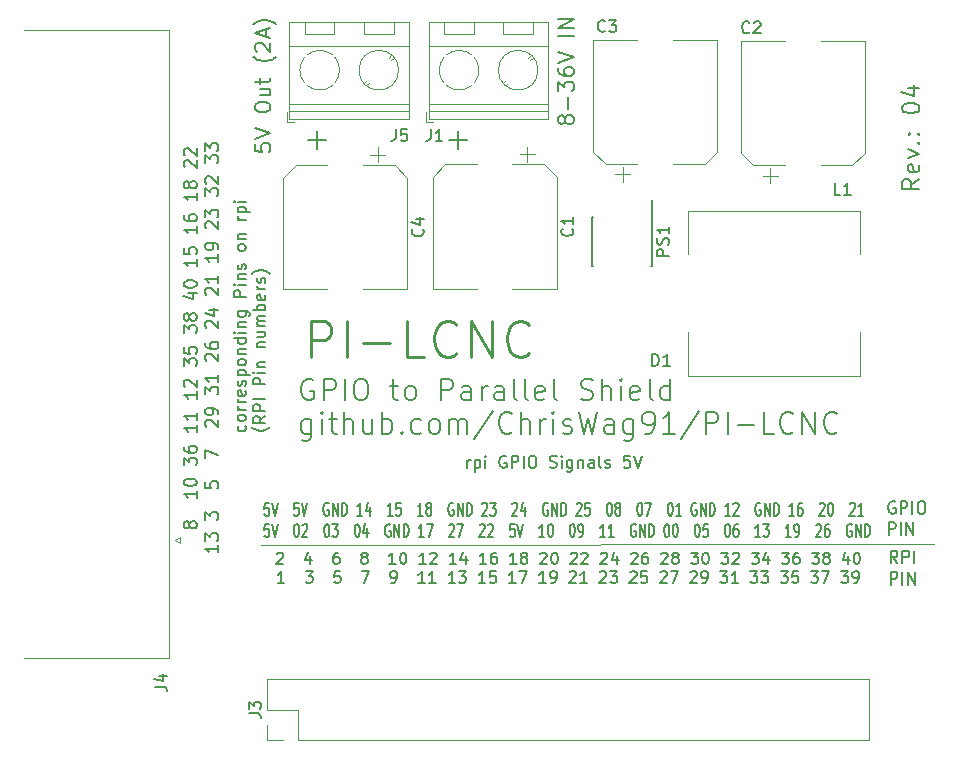
<source format=gbr>
G04 #@! TF.GenerationSoftware,KiCad,Pcbnew,5.1.8*
G04 #@! TF.CreationDate,2021-01-02T16:40:16+01:00*
G04 #@! TF.ProjectId,F008_gpio2parallel,46303038-5f67-4706-996f-32706172616c,rev?*
G04 #@! TF.SameCoordinates,PXa52d280PY2b953a0*
G04 #@! TF.FileFunction,Legend,Top*
G04 #@! TF.FilePolarity,Positive*
%FSLAX46Y46*%
G04 Gerber Fmt 4.6, Leading zero omitted, Abs format (unit mm)*
G04 Created by KiCad (PCBNEW 5.1.8) date 2021-01-02 16:40:16*
%MOMM*%
%LPD*%
G01*
G04 APERTURE LIST*
%ADD10C,0.120000*%
%ADD11C,0.150000*%
%ADD12C,0.200000*%
%ADD13C,0.250000*%
G04 APERTURE END LIST*
D10*
X-55100000Y-44520000D02*
X1900000Y-44420000D01*
D11*
X-1192977Y-46067619D02*
X-1526310Y-45543809D01*
X-1764405Y-46067619D02*
X-1764405Y-44967619D01*
X-1383453Y-44967619D01*
X-1288215Y-45020000D01*
X-1240596Y-45072380D01*
X-1192977Y-45177142D01*
X-1192977Y-45334285D01*
X-1240596Y-45439047D01*
X-1288215Y-45491428D01*
X-1383453Y-45543809D01*
X-1764405Y-45543809D01*
X-764405Y-46067619D02*
X-764405Y-44967619D01*
X-383453Y-44967619D01*
X-288215Y-45020000D01*
X-240596Y-45072380D01*
X-192977Y-45177142D01*
X-192977Y-45334285D01*
X-240596Y-45439047D01*
X-288215Y-45491428D01*
X-383453Y-45543809D01*
X-764405Y-45543809D01*
X235595Y-46067619D02*
X235595Y-44967619D01*
X-1764405Y-47867619D02*
X-1764405Y-46767619D01*
X-1383453Y-46767619D01*
X-1288215Y-46820000D01*
X-1240596Y-46872380D01*
X-1192977Y-46977142D01*
X-1192977Y-47134285D01*
X-1240596Y-47239047D01*
X-1288215Y-47291428D01*
X-1383453Y-47343809D01*
X-1764405Y-47343809D01*
X-764405Y-47867619D02*
X-764405Y-46767619D01*
X-288215Y-47867619D02*
X-288215Y-46767619D01*
X283214Y-47867619D01*
X283214Y-46767619D01*
D12*
X-51061905Y-10242857D02*
X-49538096Y-10242857D01*
X-50300000Y-11004761D02*
X-50300000Y-9480952D01*
D11*
X-1390596Y-40820000D02*
X-1485834Y-40767619D01*
X-1628691Y-40767619D01*
X-1771548Y-40820000D01*
X-1866786Y-40924761D01*
X-1914405Y-41029523D01*
X-1962024Y-41239047D01*
X-1962024Y-41396190D01*
X-1914405Y-41605714D01*
X-1866786Y-41710476D01*
X-1771548Y-41815238D01*
X-1628691Y-41867619D01*
X-1533453Y-41867619D01*
X-1390596Y-41815238D01*
X-1342977Y-41762857D01*
X-1342977Y-41396190D01*
X-1533453Y-41396190D01*
X-914405Y-41867619D02*
X-914405Y-40767619D01*
X-533453Y-40767619D01*
X-438215Y-40820000D01*
X-390596Y-40872380D01*
X-342977Y-40977142D01*
X-342977Y-41134285D01*
X-390596Y-41239047D01*
X-438215Y-41291428D01*
X-533453Y-41343809D01*
X-914405Y-41343809D01*
X85595Y-41867619D02*
X85595Y-40767619D01*
X752261Y-40767619D02*
X942738Y-40767619D01*
X1037976Y-40820000D01*
X1133214Y-40924761D01*
X1180833Y-41134285D01*
X1180833Y-41500952D01*
X1133214Y-41710476D01*
X1037976Y-41815238D01*
X942738Y-41867619D01*
X752261Y-41867619D01*
X657023Y-41815238D01*
X561785Y-41710476D01*
X514166Y-41500952D01*
X514166Y-41134285D01*
X561785Y-40924761D01*
X657023Y-40820000D01*
X752261Y-40767619D01*
X-1914405Y-43667619D02*
X-1914405Y-42567619D01*
X-1533453Y-42567619D01*
X-1438215Y-42620000D01*
X-1390596Y-42672380D01*
X-1342977Y-42777142D01*
X-1342977Y-42934285D01*
X-1390596Y-43039047D01*
X-1438215Y-43091428D01*
X-1533453Y-43143809D01*
X-1914405Y-43143809D01*
X-914405Y-43667619D02*
X-914405Y-42567619D01*
X-438215Y-43667619D02*
X-438215Y-42567619D01*
X133214Y-43667619D01*
X133214Y-42567619D01*
X-54391786Y-40917619D02*
X-54748929Y-40917619D01*
X-54784643Y-41441428D01*
X-54748929Y-41389047D01*
X-54677500Y-41336666D01*
X-54498929Y-41336666D01*
X-54427500Y-41389047D01*
X-54391786Y-41441428D01*
X-54356072Y-41546190D01*
X-54356072Y-41808095D01*
X-54391786Y-41912857D01*
X-54427500Y-41965238D01*
X-54498929Y-42017619D01*
X-54677500Y-42017619D01*
X-54748929Y-41965238D01*
X-54784643Y-41912857D01*
X-54141786Y-40917619D02*
X-53891786Y-42017619D01*
X-53641786Y-40917619D01*
X-51891786Y-40917619D02*
X-52248929Y-40917619D01*
X-52284643Y-41441428D01*
X-52248929Y-41389047D01*
X-52177500Y-41336666D01*
X-51998929Y-41336666D01*
X-51927500Y-41389047D01*
X-51891786Y-41441428D01*
X-51856072Y-41546190D01*
X-51856072Y-41808095D01*
X-51891786Y-41912857D01*
X-51927500Y-41965238D01*
X-51998929Y-42017619D01*
X-52177500Y-42017619D01*
X-52248929Y-41965238D01*
X-52284643Y-41912857D01*
X-51641786Y-40917619D02*
X-51391786Y-42017619D01*
X-51141786Y-40917619D01*
X-49356072Y-40970000D02*
X-49427500Y-40917619D01*
X-49534643Y-40917619D01*
X-49641786Y-40970000D01*
X-49713215Y-41074761D01*
X-49748929Y-41179523D01*
X-49784643Y-41389047D01*
X-49784643Y-41546190D01*
X-49748929Y-41755714D01*
X-49713215Y-41860476D01*
X-49641786Y-41965238D01*
X-49534643Y-42017619D01*
X-49463215Y-42017619D01*
X-49356072Y-41965238D01*
X-49320358Y-41912857D01*
X-49320358Y-41546190D01*
X-49463215Y-41546190D01*
X-48998929Y-42017619D02*
X-48998929Y-40917619D01*
X-48570358Y-42017619D01*
X-48570358Y-40917619D01*
X-48213215Y-42017619D02*
X-48213215Y-40917619D01*
X-48034643Y-40917619D01*
X-47927500Y-40970000D01*
X-47856072Y-41074761D01*
X-47820358Y-41179523D01*
X-47784643Y-41389047D01*
X-47784643Y-41546190D01*
X-47820358Y-41755714D01*
X-47856072Y-41860476D01*
X-47927500Y-41965238D01*
X-48034643Y-42017619D01*
X-48213215Y-42017619D01*
X-46498929Y-42017619D02*
X-46927500Y-42017619D01*
X-46713215Y-42017619D02*
X-46713215Y-40917619D01*
X-46784643Y-41074761D01*
X-46856072Y-41179523D01*
X-46927500Y-41231904D01*
X-45856072Y-41284285D02*
X-45856072Y-42017619D01*
X-46034643Y-40865238D02*
X-46213215Y-41650952D01*
X-45748929Y-41650952D01*
X-43927500Y-42017619D02*
X-44356072Y-42017619D01*
X-44141786Y-42017619D02*
X-44141786Y-40917619D01*
X-44213215Y-41074761D01*
X-44284643Y-41179523D01*
X-44356072Y-41231904D01*
X-43248929Y-40917619D02*
X-43606072Y-40917619D01*
X-43641786Y-41441428D01*
X-43606072Y-41389047D01*
X-43534643Y-41336666D01*
X-43356072Y-41336666D01*
X-43284643Y-41389047D01*
X-43248929Y-41441428D01*
X-43213215Y-41546190D01*
X-43213215Y-41808095D01*
X-43248929Y-41912857D01*
X-43284643Y-41965238D01*
X-43356072Y-42017619D01*
X-43534643Y-42017619D01*
X-43606072Y-41965238D01*
X-43641786Y-41912857D01*
X-41356072Y-42017619D02*
X-41784643Y-42017619D01*
X-41570358Y-42017619D02*
X-41570358Y-40917619D01*
X-41641786Y-41074761D01*
X-41713215Y-41179523D01*
X-41784643Y-41231904D01*
X-40927500Y-41389047D02*
X-40998929Y-41336666D01*
X-41034643Y-41284285D01*
X-41070358Y-41179523D01*
X-41070358Y-41127142D01*
X-41034643Y-41022380D01*
X-40998929Y-40970000D01*
X-40927500Y-40917619D01*
X-40784643Y-40917619D01*
X-40713215Y-40970000D01*
X-40677500Y-41022380D01*
X-40641786Y-41127142D01*
X-40641786Y-41179523D01*
X-40677500Y-41284285D01*
X-40713215Y-41336666D01*
X-40784643Y-41389047D01*
X-40927500Y-41389047D01*
X-40998929Y-41441428D01*
X-41034643Y-41493809D01*
X-41070358Y-41598571D01*
X-41070358Y-41808095D01*
X-41034643Y-41912857D01*
X-40998929Y-41965238D01*
X-40927500Y-42017619D01*
X-40784643Y-42017619D01*
X-40713215Y-41965238D01*
X-40677500Y-41912857D01*
X-40641786Y-41808095D01*
X-40641786Y-41598571D01*
X-40677500Y-41493809D01*
X-40713215Y-41441428D01*
X-40784643Y-41389047D01*
X-38784643Y-40970000D02*
X-38856072Y-40917619D01*
X-38963215Y-40917619D01*
X-39070358Y-40970000D01*
X-39141786Y-41074761D01*
X-39177500Y-41179523D01*
X-39213215Y-41389047D01*
X-39213215Y-41546190D01*
X-39177500Y-41755714D01*
X-39141786Y-41860476D01*
X-39070358Y-41965238D01*
X-38963215Y-42017619D01*
X-38891786Y-42017619D01*
X-38784643Y-41965238D01*
X-38748929Y-41912857D01*
X-38748929Y-41546190D01*
X-38891786Y-41546190D01*
X-38427500Y-42017619D02*
X-38427500Y-40917619D01*
X-37998929Y-42017619D01*
X-37998929Y-40917619D01*
X-37641786Y-42017619D02*
X-37641786Y-40917619D01*
X-37463215Y-40917619D01*
X-37356072Y-40970000D01*
X-37284643Y-41074761D01*
X-37248929Y-41179523D01*
X-37213215Y-41389047D01*
X-37213215Y-41546190D01*
X-37248929Y-41755714D01*
X-37284643Y-41860476D01*
X-37356072Y-41965238D01*
X-37463215Y-42017619D01*
X-37641786Y-42017619D01*
X-36356072Y-41022380D02*
X-36320358Y-40970000D01*
X-36248929Y-40917619D01*
X-36070358Y-40917619D01*
X-35998929Y-40970000D01*
X-35963215Y-41022380D01*
X-35927500Y-41127142D01*
X-35927500Y-41231904D01*
X-35963215Y-41389047D01*
X-36391786Y-42017619D01*
X-35927500Y-42017619D01*
X-35677500Y-40917619D02*
X-35213215Y-40917619D01*
X-35463215Y-41336666D01*
X-35356072Y-41336666D01*
X-35284643Y-41389047D01*
X-35248929Y-41441428D01*
X-35213215Y-41546190D01*
X-35213215Y-41808095D01*
X-35248929Y-41912857D01*
X-35284643Y-41965238D01*
X-35356072Y-42017619D01*
X-35570358Y-42017619D01*
X-35641786Y-41965238D01*
X-35677500Y-41912857D01*
X-33784643Y-41022380D02*
X-33748929Y-40970000D01*
X-33677500Y-40917619D01*
X-33498929Y-40917619D01*
X-33427500Y-40970000D01*
X-33391786Y-41022380D01*
X-33356072Y-41127142D01*
X-33356072Y-41231904D01*
X-33391786Y-41389047D01*
X-33820358Y-42017619D01*
X-33356072Y-42017619D01*
X-32713215Y-41284285D02*
X-32713215Y-42017619D01*
X-32891786Y-40865238D02*
X-33070358Y-41650952D01*
X-32606072Y-41650952D01*
X-30784643Y-40970000D02*
X-30856072Y-40917619D01*
X-30963215Y-40917619D01*
X-31070358Y-40970000D01*
X-31141786Y-41074761D01*
X-31177500Y-41179523D01*
X-31213215Y-41389047D01*
X-31213215Y-41546190D01*
X-31177500Y-41755714D01*
X-31141786Y-41860476D01*
X-31070358Y-41965238D01*
X-30963215Y-42017619D01*
X-30891786Y-42017619D01*
X-30784643Y-41965238D01*
X-30748929Y-41912857D01*
X-30748929Y-41546190D01*
X-30891786Y-41546190D01*
X-30427500Y-42017619D02*
X-30427500Y-40917619D01*
X-29998929Y-42017619D01*
X-29998929Y-40917619D01*
X-29641786Y-42017619D02*
X-29641786Y-40917619D01*
X-29463215Y-40917619D01*
X-29356072Y-40970000D01*
X-29284643Y-41074761D01*
X-29248929Y-41179523D01*
X-29213215Y-41389047D01*
X-29213215Y-41546190D01*
X-29248929Y-41755714D01*
X-29284643Y-41860476D01*
X-29356072Y-41965238D01*
X-29463215Y-42017619D01*
X-29641786Y-42017619D01*
X-28356072Y-41022380D02*
X-28320358Y-40970000D01*
X-28248929Y-40917619D01*
X-28070358Y-40917619D01*
X-27998929Y-40970000D01*
X-27963215Y-41022380D01*
X-27927500Y-41127142D01*
X-27927500Y-41231904D01*
X-27963215Y-41389047D01*
X-28391786Y-42017619D01*
X-27927500Y-42017619D01*
X-27248929Y-40917619D02*
X-27606072Y-40917619D01*
X-27641786Y-41441428D01*
X-27606072Y-41389047D01*
X-27534643Y-41336666D01*
X-27356072Y-41336666D01*
X-27284643Y-41389047D01*
X-27248929Y-41441428D01*
X-27213215Y-41546190D01*
X-27213215Y-41808095D01*
X-27248929Y-41912857D01*
X-27284643Y-41965238D01*
X-27356072Y-42017619D01*
X-27534643Y-42017619D01*
X-27606072Y-41965238D01*
X-27641786Y-41912857D01*
X-25606072Y-40917619D02*
X-25534643Y-40917619D01*
X-25463215Y-40970000D01*
X-25427500Y-41022380D01*
X-25391786Y-41127142D01*
X-25356072Y-41336666D01*
X-25356072Y-41598571D01*
X-25391786Y-41808095D01*
X-25427500Y-41912857D01*
X-25463215Y-41965238D01*
X-25534643Y-42017619D01*
X-25606072Y-42017619D01*
X-25677500Y-41965238D01*
X-25713215Y-41912857D01*
X-25748929Y-41808095D01*
X-25784643Y-41598571D01*
X-25784643Y-41336666D01*
X-25748929Y-41127142D01*
X-25713215Y-41022380D01*
X-25677500Y-40970000D01*
X-25606072Y-40917619D01*
X-24927500Y-41389047D02*
X-24998929Y-41336666D01*
X-25034643Y-41284285D01*
X-25070358Y-41179523D01*
X-25070358Y-41127142D01*
X-25034643Y-41022380D01*
X-24998929Y-40970000D01*
X-24927500Y-40917619D01*
X-24784643Y-40917619D01*
X-24713215Y-40970000D01*
X-24677500Y-41022380D01*
X-24641786Y-41127142D01*
X-24641786Y-41179523D01*
X-24677500Y-41284285D01*
X-24713215Y-41336666D01*
X-24784643Y-41389047D01*
X-24927500Y-41389047D01*
X-24998929Y-41441428D01*
X-25034643Y-41493809D01*
X-25070358Y-41598571D01*
X-25070358Y-41808095D01*
X-25034643Y-41912857D01*
X-24998929Y-41965238D01*
X-24927500Y-42017619D01*
X-24784643Y-42017619D01*
X-24713215Y-41965238D01*
X-24677500Y-41912857D01*
X-24641786Y-41808095D01*
X-24641786Y-41598571D01*
X-24677500Y-41493809D01*
X-24713215Y-41441428D01*
X-24784643Y-41389047D01*
X-23034643Y-40917619D02*
X-22963215Y-40917619D01*
X-22891786Y-40970000D01*
X-22856072Y-41022380D01*
X-22820358Y-41127142D01*
X-22784643Y-41336666D01*
X-22784643Y-41598571D01*
X-22820358Y-41808095D01*
X-22856072Y-41912857D01*
X-22891786Y-41965238D01*
X-22963215Y-42017619D01*
X-23034643Y-42017619D01*
X-23106072Y-41965238D01*
X-23141786Y-41912857D01*
X-23177501Y-41808095D01*
X-23213215Y-41598571D01*
X-23213215Y-41336666D01*
X-23177501Y-41127142D01*
X-23141786Y-41022380D01*
X-23106072Y-40970000D01*
X-23034643Y-40917619D01*
X-22534643Y-40917619D02*
X-22034643Y-40917619D01*
X-22356072Y-42017619D01*
X-20463215Y-40917619D02*
X-20391786Y-40917619D01*
X-20320358Y-40970000D01*
X-20284643Y-41022380D01*
X-20248929Y-41127142D01*
X-20213215Y-41336666D01*
X-20213215Y-41598571D01*
X-20248929Y-41808095D01*
X-20284643Y-41912857D01*
X-20320358Y-41965238D01*
X-20391786Y-42017619D01*
X-20463215Y-42017619D01*
X-20534643Y-41965238D01*
X-20570358Y-41912857D01*
X-20606072Y-41808095D01*
X-20641786Y-41598571D01*
X-20641786Y-41336666D01*
X-20606072Y-41127142D01*
X-20570358Y-41022380D01*
X-20534643Y-40970000D01*
X-20463215Y-40917619D01*
X-19498929Y-42017619D02*
X-19927500Y-42017619D01*
X-19713215Y-42017619D02*
X-19713215Y-40917619D01*
X-19784643Y-41074761D01*
X-19856072Y-41179523D01*
X-19927500Y-41231904D01*
X-18213215Y-40970000D02*
X-18284643Y-40917619D01*
X-18391786Y-40917619D01*
X-18498929Y-40970000D01*
X-18570358Y-41074761D01*
X-18606072Y-41179523D01*
X-18641786Y-41389047D01*
X-18641786Y-41546190D01*
X-18606072Y-41755714D01*
X-18570358Y-41860476D01*
X-18498929Y-41965238D01*
X-18391786Y-42017619D01*
X-18320358Y-42017619D01*
X-18213215Y-41965238D01*
X-18177500Y-41912857D01*
X-18177500Y-41546190D01*
X-18320358Y-41546190D01*
X-17856072Y-42017619D02*
X-17856072Y-40917619D01*
X-17427500Y-42017619D01*
X-17427500Y-40917619D01*
X-17070358Y-42017619D02*
X-17070358Y-40917619D01*
X-16891786Y-40917619D01*
X-16784643Y-40970000D01*
X-16713215Y-41074761D01*
X-16677500Y-41179523D01*
X-16641786Y-41389047D01*
X-16641786Y-41546190D01*
X-16677500Y-41755714D01*
X-16713215Y-41860476D01*
X-16784643Y-41965238D01*
X-16891786Y-42017619D01*
X-17070358Y-42017619D01*
X-15356072Y-42017619D02*
X-15784643Y-42017619D01*
X-15570358Y-42017619D02*
X-15570358Y-40917619D01*
X-15641786Y-41074761D01*
X-15713215Y-41179523D01*
X-15784643Y-41231904D01*
X-15070358Y-41022380D02*
X-15034643Y-40970000D01*
X-14963215Y-40917619D01*
X-14784643Y-40917619D01*
X-14713215Y-40970000D01*
X-14677500Y-41022380D01*
X-14641786Y-41127142D01*
X-14641786Y-41231904D01*
X-14677500Y-41389047D01*
X-15106072Y-42017619D01*
X-14641786Y-42017619D01*
X-12784643Y-40970000D02*
X-12856072Y-40917619D01*
X-12963215Y-40917619D01*
X-13070358Y-40970000D01*
X-13141786Y-41074761D01*
X-13177500Y-41179523D01*
X-13213215Y-41389047D01*
X-13213215Y-41546190D01*
X-13177500Y-41755714D01*
X-13141786Y-41860476D01*
X-13070358Y-41965238D01*
X-12963215Y-42017619D01*
X-12891786Y-42017619D01*
X-12784643Y-41965238D01*
X-12748929Y-41912857D01*
X-12748929Y-41546190D01*
X-12891786Y-41546190D01*
X-12427500Y-42017619D02*
X-12427500Y-40917619D01*
X-11998929Y-42017619D01*
X-11998929Y-40917619D01*
X-11641786Y-42017619D02*
X-11641786Y-40917619D01*
X-11463215Y-40917619D01*
X-11356072Y-40970000D01*
X-11284643Y-41074761D01*
X-11248929Y-41179523D01*
X-11213215Y-41389047D01*
X-11213215Y-41546190D01*
X-11248929Y-41755714D01*
X-11284643Y-41860476D01*
X-11356072Y-41965238D01*
X-11463215Y-42017619D01*
X-11641786Y-42017619D01*
X-9927500Y-42017619D02*
X-10356072Y-42017619D01*
X-10141786Y-42017619D02*
X-10141786Y-40917619D01*
X-10213215Y-41074761D01*
X-10284643Y-41179523D01*
X-10356072Y-41231904D01*
X-9284643Y-40917619D02*
X-9427500Y-40917619D01*
X-9498929Y-40970000D01*
X-9534643Y-41022380D01*
X-9606072Y-41179523D01*
X-9641786Y-41389047D01*
X-9641786Y-41808095D01*
X-9606072Y-41912857D01*
X-9570358Y-41965238D01*
X-9498929Y-42017619D01*
X-9356072Y-42017619D01*
X-9284643Y-41965238D01*
X-9248929Y-41912857D01*
X-9213215Y-41808095D01*
X-9213215Y-41546190D01*
X-9248929Y-41441428D01*
X-9284643Y-41389047D01*
X-9356072Y-41336666D01*
X-9498929Y-41336666D01*
X-9570358Y-41389047D01*
X-9606072Y-41441428D01*
X-9641786Y-41546190D01*
X-7784643Y-41022380D02*
X-7748929Y-40970000D01*
X-7677500Y-40917619D01*
X-7498929Y-40917619D01*
X-7427500Y-40970000D01*
X-7391786Y-41022380D01*
X-7356072Y-41127142D01*
X-7356072Y-41231904D01*
X-7391786Y-41389047D01*
X-7820358Y-42017619D01*
X-7356072Y-42017619D01*
X-6891786Y-40917619D02*
X-6820358Y-40917619D01*
X-6748929Y-40970000D01*
X-6713215Y-41022380D01*
X-6677500Y-41127142D01*
X-6641786Y-41336666D01*
X-6641786Y-41598571D01*
X-6677500Y-41808095D01*
X-6713215Y-41912857D01*
X-6748929Y-41965238D01*
X-6820358Y-42017619D01*
X-6891786Y-42017619D01*
X-6963215Y-41965238D01*
X-6998929Y-41912857D01*
X-7034643Y-41808095D01*
X-7070358Y-41598571D01*
X-7070358Y-41336666D01*
X-7034643Y-41127142D01*
X-6998929Y-41022380D01*
X-6963215Y-40970000D01*
X-6891786Y-40917619D01*
X-5213215Y-41022380D02*
X-5177500Y-40970000D01*
X-5106072Y-40917619D01*
X-4927500Y-40917619D01*
X-4856072Y-40970000D01*
X-4820358Y-41022380D01*
X-4784643Y-41127142D01*
X-4784643Y-41231904D01*
X-4820358Y-41389047D01*
X-5248929Y-42017619D01*
X-4784643Y-42017619D01*
X-4070358Y-42017619D02*
X-4498929Y-42017619D01*
X-4284643Y-42017619D02*
X-4284643Y-40917619D01*
X-4356072Y-41074761D01*
X-4427500Y-41179523D01*
X-4498929Y-41231904D01*
X-54391786Y-42717619D02*
X-54748929Y-42717619D01*
X-54784643Y-43241428D01*
X-54748929Y-43189047D01*
X-54677500Y-43136666D01*
X-54498929Y-43136666D01*
X-54427500Y-43189047D01*
X-54391786Y-43241428D01*
X-54356072Y-43346190D01*
X-54356072Y-43608095D01*
X-54391786Y-43712857D01*
X-54427500Y-43765238D01*
X-54498929Y-43817619D01*
X-54677500Y-43817619D01*
X-54748929Y-43765238D01*
X-54784643Y-43712857D01*
X-54141786Y-42717619D02*
X-53891786Y-43817619D01*
X-53641786Y-42717619D01*
X-52106072Y-42717619D02*
X-52034643Y-42717619D01*
X-51963215Y-42770000D01*
X-51927500Y-42822380D01*
X-51891786Y-42927142D01*
X-51856072Y-43136666D01*
X-51856072Y-43398571D01*
X-51891786Y-43608095D01*
X-51927500Y-43712857D01*
X-51963215Y-43765238D01*
X-52034643Y-43817619D01*
X-52106072Y-43817619D01*
X-52177500Y-43765238D01*
X-52213215Y-43712857D01*
X-52248929Y-43608095D01*
X-52284643Y-43398571D01*
X-52284643Y-43136666D01*
X-52248929Y-42927142D01*
X-52213215Y-42822380D01*
X-52177500Y-42770000D01*
X-52106072Y-42717619D01*
X-51570358Y-42822380D02*
X-51534643Y-42770000D01*
X-51463215Y-42717619D01*
X-51284643Y-42717619D01*
X-51213215Y-42770000D01*
X-51177500Y-42822380D01*
X-51141786Y-42927142D01*
X-51141786Y-43031904D01*
X-51177500Y-43189047D01*
X-51606072Y-43817619D01*
X-51141786Y-43817619D01*
X-49534643Y-42717619D02*
X-49463215Y-42717619D01*
X-49391786Y-42770000D01*
X-49356072Y-42822380D01*
X-49320358Y-42927142D01*
X-49284643Y-43136666D01*
X-49284643Y-43398571D01*
X-49320358Y-43608095D01*
X-49356072Y-43712857D01*
X-49391786Y-43765238D01*
X-49463215Y-43817619D01*
X-49534643Y-43817619D01*
X-49606072Y-43765238D01*
X-49641786Y-43712857D01*
X-49677500Y-43608095D01*
X-49713215Y-43398571D01*
X-49713215Y-43136666D01*
X-49677500Y-42927142D01*
X-49641786Y-42822380D01*
X-49606072Y-42770000D01*
X-49534643Y-42717619D01*
X-49034643Y-42717619D02*
X-48570358Y-42717619D01*
X-48820358Y-43136666D01*
X-48713215Y-43136666D01*
X-48641786Y-43189047D01*
X-48606072Y-43241428D01*
X-48570358Y-43346190D01*
X-48570358Y-43608095D01*
X-48606072Y-43712857D01*
X-48641786Y-43765238D01*
X-48713215Y-43817619D01*
X-48927500Y-43817619D01*
X-48998929Y-43765238D01*
X-49034643Y-43712857D01*
X-46963215Y-42717619D02*
X-46891786Y-42717619D01*
X-46820358Y-42770000D01*
X-46784643Y-42822380D01*
X-46748929Y-42927142D01*
X-46713215Y-43136666D01*
X-46713215Y-43398571D01*
X-46748929Y-43608095D01*
X-46784643Y-43712857D01*
X-46820358Y-43765238D01*
X-46891786Y-43817619D01*
X-46963215Y-43817619D01*
X-47034643Y-43765238D01*
X-47070358Y-43712857D01*
X-47106072Y-43608095D01*
X-47141786Y-43398571D01*
X-47141786Y-43136666D01*
X-47106072Y-42927142D01*
X-47070358Y-42822380D01*
X-47034643Y-42770000D01*
X-46963215Y-42717619D01*
X-46070358Y-43084285D02*
X-46070358Y-43817619D01*
X-46248929Y-42665238D02*
X-46427500Y-43450952D01*
X-45963215Y-43450952D01*
X-44141786Y-42770000D02*
X-44213215Y-42717619D01*
X-44320358Y-42717619D01*
X-44427500Y-42770000D01*
X-44498929Y-42874761D01*
X-44534643Y-42979523D01*
X-44570358Y-43189047D01*
X-44570358Y-43346190D01*
X-44534643Y-43555714D01*
X-44498929Y-43660476D01*
X-44427500Y-43765238D01*
X-44320358Y-43817619D01*
X-44248929Y-43817619D01*
X-44141786Y-43765238D01*
X-44106072Y-43712857D01*
X-44106072Y-43346190D01*
X-44248929Y-43346190D01*
X-43784643Y-43817619D02*
X-43784643Y-42717619D01*
X-43356072Y-43817619D01*
X-43356072Y-42717619D01*
X-42998929Y-43817619D02*
X-42998929Y-42717619D01*
X-42820358Y-42717619D01*
X-42713215Y-42770000D01*
X-42641786Y-42874761D01*
X-42606072Y-42979523D01*
X-42570358Y-43189047D01*
X-42570358Y-43346190D01*
X-42606072Y-43555714D01*
X-42641786Y-43660476D01*
X-42713215Y-43765238D01*
X-42820358Y-43817619D01*
X-42998929Y-43817619D01*
X-41284643Y-43817619D02*
X-41713215Y-43817619D01*
X-41498929Y-43817619D02*
X-41498929Y-42717619D01*
X-41570358Y-42874761D01*
X-41641786Y-42979523D01*
X-41713215Y-43031904D01*
X-41034643Y-42717619D02*
X-40534643Y-42717619D01*
X-40856072Y-43817619D01*
X-39141786Y-42822380D02*
X-39106072Y-42770000D01*
X-39034643Y-42717619D01*
X-38856072Y-42717619D01*
X-38784643Y-42770000D01*
X-38748929Y-42822380D01*
X-38713215Y-42927142D01*
X-38713215Y-43031904D01*
X-38748929Y-43189047D01*
X-39177500Y-43817619D01*
X-38713215Y-43817619D01*
X-38463215Y-42717619D02*
X-37963215Y-42717619D01*
X-38284643Y-43817619D01*
X-36570358Y-42822380D02*
X-36534643Y-42770000D01*
X-36463215Y-42717619D01*
X-36284643Y-42717619D01*
X-36213215Y-42770000D01*
X-36177500Y-42822380D01*
X-36141786Y-42927142D01*
X-36141786Y-43031904D01*
X-36177500Y-43189047D01*
X-36606072Y-43817619D01*
X-36141786Y-43817619D01*
X-35856072Y-42822380D02*
X-35820358Y-42770000D01*
X-35748929Y-42717619D01*
X-35570358Y-42717619D01*
X-35498929Y-42770000D01*
X-35463215Y-42822380D01*
X-35427500Y-42927142D01*
X-35427500Y-43031904D01*
X-35463215Y-43189047D01*
X-35891786Y-43817619D01*
X-35427500Y-43817619D01*
X-33606072Y-42717619D02*
X-33963215Y-42717619D01*
X-33998929Y-43241428D01*
X-33963215Y-43189047D01*
X-33891786Y-43136666D01*
X-33713215Y-43136666D01*
X-33641786Y-43189047D01*
X-33606072Y-43241428D01*
X-33570358Y-43346190D01*
X-33570358Y-43608095D01*
X-33606072Y-43712857D01*
X-33641786Y-43765238D01*
X-33713215Y-43817619D01*
X-33891786Y-43817619D01*
X-33963215Y-43765238D01*
X-33998929Y-43712857D01*
X-33356072Y-42717619D02*
X-33106072Y-43817619D01*
X-32856072Y-42717619D01*
X-31070358Y-43817619D02*
X-31498929Y-43817619D01*
X-31284643Y-43817619D02*
X-31284643Y-42717619D01*
X-31356072Y-42874761D01*
X-31427500Y-42979523D01*
X-31498929Y-43031904D01*
X-30606072Y-42717619D02*
X-30534643Y-42717619D01*
X-30463215Y-42770000D01*
X-30427500Y-42822380D01*
X-30391786Y-42927142D01*
X-30356072Y-43136666D01*
X-30356072Y-43398571D01*
X-30391786Y-43608095D01*
X-30427500Y-43712857D01*
X-30463215Y-43765238D01*
X-30534643Y-43817619D01*
X-30606072Y-43817619D01*
X-30677500Y-43765238D01*
X-30713215Y-43712857D01*
X-30748929Y-43608095D01*
X-30784643Y-43398571D01*
X-30784643Y-43136666D01*
X-30748929Y-42927142D01*
X-30713215Y-42822380D01*
X-30677500Y-42770000D01*
X-30606072Y-42717619D01*
X-28748929Y-42717619D02*
X-28677501Y-42717619D01*
X-28606072Y-42770000D01*
X-28570358Y-42822380D01*
X-28534643Y-42927142D01*
X-28498929Y-43136666D01*
X-28498929Y-43398571D01*
X-28534643Y-43608095D01*
X-28570358Y-43712857D01*
X-28606072Y-43765238D01*
X-28677501Y-43817619D01*
X-28748929Y-43817619D01*
X-28820358Y-43765238D01*
X-28856072Y-43712857D01*
X-28891786Y-43608095D01*
X-28927501Y-43398571D01*
X-28927501Y-43136666D01*
X-28891786Y-42927142D01*
X-28856072Y-42822380D01*
X-28820358Y-42770000D01*
X-28748929Y-42717619D01*
X-28141786Y-43817619D02*
X-27998929Y-43817619D01*
X-27927501Y-43765238D01*
X-27891786Y-43712857D01*
X-27820358Y-43555714D01*
X-27784643Y-43346190D01*
X-27784643Y-42927142D01*
X-27820358Y-42822380D01*
X-27856072Y-42770000D01*
X-27927501Y-42717619D01*
X-28070358Y-42717619D01*
X-28141786Y-42770000D01*
X-28177501Y-42822380D01*
X-28213215Y-42927142D01*
X-28213215Y-43189047D01*
X-28177501Y-43293809D01*
X-28141786Y-43346190D01*
X-28070358Y-43398571D01*
X-27927501Y-43398571D01*
X-27856072Y-43346190D01*
X-27820358Y-43293809D01*
X-27784643Y-43189047D01*
X-25927501Y-43817619D02*
X-26356072Y-43817619D01*
X-26141786Y-43817619D02*
X-26141786Y-42717619D01*
X-26213215Y-42874761D01*
X-26284643Y-42979523D01*
X-26356072Y-43031904D01*
X-25213215Y-43817619D02*
X-25641786Y-43817619D01*
X-25427501Y-43817619D02*
X-25427501Y-42717619D01*
X-25498929Y-42874761D01*
X-25570358Y-42979523D01*
X-25641786Y-43031904D01*
X-23356072Y-42770000D02*
X-23427501Y-42717619D01*
X-23534643Y-42717619D01*
X-23641786Y-42770000D01*
X-23713215Y-42874761D01*
X-23748929Y-42979523D01*
X-23784643Y-43189047D01*
X-23784643Y-43346190D01*
X-23748929Y-43555714D01*
X-23713215Y-43660476D01*
X-23641786Y-43765238D01*
X-23534643Y-43817619D01*
X-23463215Y-43817619D01*
X-23356072Y-43765238D01*
X-23320358Y-43712857D01*
X-23320358Y-43346190D01*
X-23463215Y-43346190D01*
X-22998929Y-43817619D02*
X-22998929Y-42717619D01*
X-22570358Y-43817619D01*
X-22570358Y-42717619D01*
X-22213215Y-43817619D02*
X-22213215Y-42717619D01*
X-22034643Y-42717619D01*
X-21927501Y-42770000D01*
X-21856072Y-42874761D01*
X-21820358Y-42979523D01*
X-21784643Y-43189047D01*
X-21784643Y-43346190D01*
X-21820358Y-43555714D01*
X-21856072Y-43660476D01*
X-21927501Y-43765238D01*
X-22034643Y-43817619D01*
X-22213215Y-43817619D01*
X-20748929Y-42717619D02*
X-20677501Y-42717619D01*
X-20606072Y-42770000D01*
X-20570358Y-42822380D01*
X-20534643Y-42927142D01*
X-20498929Y-43136666D01*
X-20498929Y-43398571D01*
X-20534643Y-43608095D01*
X-20570358Y-43712857D01*
X-20606072Y-43765238D01*
X-20677501Y-43817619D01*
X-20748929Y-43817619D01*
X-20820358Y-43765238D01*
X-20856072Y-43712857D01*
X-20891786Y-43608095D01*
X-20927501Y-43398571D01*
X-20927501Y-43136666D01*
X-20891786Y-42927142D01*
X-20856072Y-42822380D01*
X-20820358Y-42770000D01*
X-20748929Y-42717619D01*
X-20034643Y-42717619D02*
X-19963215Y-42717619D01*
X-19891786Y-42770000D01*
X-19856072Y-42822380D01*
X-19820358Y-42927142D01*
X-19784643Y-43136666D01*
X-19784643Y-43398571D01*
X-19820358Y-43608095D01*
X-19856072Y-43712857D01*
X-19891786Y-43765238D01*
X-19963215Y-43817619D01*
X-20034643Y-43817619D01*
X-20106072Y-43765238D01*
X-20141786Y-43712857D01*
X-20177501Y-43608095D01*
X-20213215Y-43398571D01*
X-20213215Y-43136666D01*
X-20177501Y-42927142D01*
X-20141786Y-42822380D01*
X-20106072Y-42770000D01*
X-20034643Y-42717619D01*
X-18177500Y-42717619D02*
X-18106072Y-42717619D01*
X-18034643Y-42770000D01*
X-17998929Y-42822380D01*
X-17963215Y-42927142D01*
X-17927500Y-43136666D01*
X-17927500Y-43398571D01*
X-17963215Y-43608095D01*
X-17998929Y-43712857D01*
X-18034643Y-43765238D01*
X-18106072Y-43817619D01*
X-18177500Y-43817619D01*
X-18248929Y-43765238D01*
X-18284643Y-43712857D01*
X-18320358Y-43608095D01*
X-18356072Y-43398571D01*
X-18356072Y-43136666D01*
X-18320358Y-42927142D01*
X-18284643Y-42822380D01*
X-18248929Y-42770000D01*
X-18177500Y-42717619D01*
X-17248929Y-42717619D02*
X-17606072Y-42717619D01*
X-17641786Y-43241428D01*
X-17606072Y-43189047D01*
X-17534643Y-43136666D01*
X-17356072Y-43136666D01*
X-17284643Y-43189047D01*
X-17248929Y-43241428D01*
X-17213215Y-43346190D01*
X-17213215Y-43608095D01*
X-17248929Y-43712857D01*
X-17284643Y-43765238D01*
X-17356072Y-43817619D01*
X-17534643Y-43817619D01*
X-17606072Y-43765238D01*
X-17641786Y-43712857D01*
X-15606072Y-42717619D02*
X-15534643Y-42717619D01*
X-15463215Y-42770000D01*
X-15427500Y-42822380D01*
X-15391786Y-42927142D01*
X-15356072Y-43136666D01*
X-15356072Y-43398571D01*
X-15391786Y-43608095D01*
X-15427500Y-43712857D01*
X-15463215Y-43765238D01*
X-15534643Y-43817619D01*
X-15606072Y-43817619D01*
X-15677500Y-43765238D01*
X-15713215Y-43712857D01*
X-15748929Y-43608095D01*
X-15784643Y-43398571D01*
X-15784643Y-43136666D01*
X-15748929Y-42927142D01*
X-15713215Y-42822380D01*
X-15677500Y-42770000D01*
X-15606072Y-42717619D01*
X-14713215Y-42717619D02*
X-14856072Y-42717619D01*
X-14927500Y-42770000D01*
X-14963215Y-42822380D01*
X-15034643Y-42979523D01*
X-15070358Y-43189047D01*
X-15070358Y-43608095D01*
X-15034643Y-43712857D01*
X-14998929Y-43765238D01*
X-14927500Y-43817619D01*
X-14784643Y-43817619D01*
X-14713215Y-43765238D01*
X-14677500Y-43712857D01*
X-14641786Y-43608095D01*
X-14641786Y-43346190D01*
X-14677500Y-43241428D01*
X-14713215Y-43189047D01*
X-14784643Y-43136666D01*
X-14927500Y-43136666D01*
X-14998929Y-43189047D01*
X-15034643Y-43241428D01*
X-15070358Y-43346190D01*
X-12784643Y-43817619D02*
X-13213215Y-43817619D01*
X-12998929Y-43817619D02*
X-12998929Y-42717619D01*
X-13070358Y-42874761D01*
X-13141786Y-42979523D01*
X-13213215Y-43031904D01*
X-12534643Y-42717619D02*
X-12070358Y-42717619D01*
X-12320358Y-43136666D01*
X-12213215Y-43136666D01*
X-12141786Y-43189047D01*
X-12106072Y-43241428D01*
X-12070358Y-43346190D01*
X-12070358Y-43608095D01*
X-12106072Y-43712857D01*
X-12141786Y-43765238D01*
X-12213215Y-43817619D01*
X-12427500Y-43817619D01*
X-12498929Y-43765238D01*
X-12534643Y-43712857D01*
X-10213215Y-43817619D02*
X-10641786Y-43817619D01*
X-10427500Y-43817619D02*
X-10427500Y-42717619D01*
X-10498929Y-42874761D01*
X-10570358Y-42979523D01*
X-10641786Y-43031904D01*
X-9856072Y-43817619D02*
X-9713215Y-43817619D01*
X-9641786Y-43765238D01*
X-9606072Y-43712857D01*
X-9534643Y-43555714D01*
X-9498929Y-43346190D01*
X-9498929Y-42927142D01*
X-9534643Y-42822380D01*
X-9570358Y-42770000D01*
X-9641786Y-42717619D01*
X-9784643Y-42717619D01*
X-9856072Y-42770000D01*
X-9891786Y-42822380D01*
X-9927500Y-42927142D01*
X-9927500Y-43189047D01*
X-9891786Y-43293809D01*
X-9856072Y-43346190D01*
X-9784643Y-43398571D01*
X-9641786Y-43398571D01*
X-9570358Y-43346190D01*
X-9534643Y-43293809D01*
X-9498929Y-43189047D01*
X-8070358Y-42822380D02*
X-8034643Y-42770000D01*
X-7963215Y-42717619D01*
X-7784643Y-42717619D01*
X-7713215Y-42770000D01*
X-7677500Y-42822380D01*
X-7641786Y-42927142D01*
X-7641786Y-43031904D01*
X-7677500Y-43189047D01*
X-8106072Y-43817619D01*
X-7641786Y-43817619D01*
X-6998929Y-42717619D02*
X-7141786Y-42717619D01*
X-7213215Y-42770000D01*
X-7248929Y-42822380D01*
X-7320358Y-42979523D01*
X-7356072Y-43189047D01*
X-7356072Y-43608095D01*
X-7320358Y-43712857D01*
X-7284643Y-43765238D01*
X-7213215Y-43817619D01*
X-7070358Y-43817619D01*
X-6998929Y-43765238D01*
X-6963215Y-43712857D01*
X-6927500Y-43608095D01*
X-6927500Y-43346190D01*
X-6963215Y-43241428D01*
X-6998929Y-43189047D01*
X-7070358Y-43136666D01*
X-7213215Y-43136666D01*
X-7284643Y-43189047D01*
X-7320358Y-43241428D01*
X-7356072Y-43346190D01*
X-5070358Y-42770000D02*
X-5141786Y-42717619D01*
X-5248929Y-42717619D01*
X-5356072Y-42770000D01*
X-5427500Y-42874761D01*
X-5463215Y-42979523D01*
X-5498929Y-43189047D01*
X-5498929Y-43346190D01*
X-5463215Y-43555714D01*
X-5427500Y-43660476D01*
X-5356072Y-43765238D01*
X-5248929Y-43817619D01*
X-5177500Y-43817619D01*
X-5070358Y-43765238D01*
X-5034643Y-43712857D01*
X-5034643Y-43346190D01*
X-5177500Y-43346190D01*
X-4713215Y-43817619D02*
X-4713215Y-42717619D01*
X-4284643Y-43817619D01*
X-4284643Y-42717619D01*
X-3927500Y-43817619D02*
X-3927500Y-42717619D01*
X-3748929Y-42717619D01*
X-3641786Y-42770000D01*
X-3570358Y-42874761D01*
X-3534643Y-42979523D01*
X-3498929Y-43189047D01*
X-3498929Y-43346190D01*
X-3534643Y-43555714D01*
X-3570358Y-43660476D01*
X-3641786Y-43765238D01*
X-3748929Y-43817619D01*
X-3927500Y-43817619D01*
X-53725715Y-45230714D02*
X-53680000Y-45185000D01*
X-53588572Y-45139285D01*
X-53360000Y-45139285D01*
X-53268572Y-45185000D01*
X-53222858Y-45230714D01*
X-53177143Y-45322142D01*
X-53177143Y-45413571D01*
X-53222858Y-45550714D01*
X-53771429Y-46099285D01*
X-53177143Y-46099285D01*
X-50891429Y-45459285D02*
X-50891429Y-46099285D01*
X-51120000Y-45093571D02*
X-51348572Y-45779285D01*
X-50754286Y-45779285D01*
X-48514286Y-45139285D02*
X-48697143Y-45139285D01*
X-48788572Y-45185000D01*
X-48834286Y-45230714D01*
X-48925715Y-45367857D01*
X-48971429Y-45550714D01*
X-48971429Y-45916428D01*
X-48925715Y-46007857D01*
X-48880000Y-46053571D01*
X-48788572Y-46099285D01*
X-48605715Y-46099285D01*
X-48514286Y-46053571D01*
X-48468572Y-46007857D01*
X-48422858Y-45916428D01*
X-48422858Y-45687857D01*
X-48468572Y-45596428D01*
X-48514286Y-45550714D01*
X-48605715Y-45505000D01*
X-48788572Y-45505000D01*
X-48880000Y-45550714D01*
X-48925715Y-45596428D01*
X-48971429Y-45687857D01*
X-46411429Y-45550714D02*
X-46502858Y-45505000D01*
X-46548572Y-45459285D01*
X-46594286Y-45367857D01*
X-46594286Y-45322142D01*
X-46548572Y-45230714D01*
X-46502858Y-45185000D01*
X-46411429Y-45139285D01*
X-46228572Y-45139285D01*
X-46137143Y-45185000D01*
X-46091429Y-45230714D01*
X-46045715Y-45322142D01*
X-46045715Y-45367857D01*
X-46091429Y-45459285D01*
X-46137143Y-45505000D01*
X-46228572Y-45550714D01*
X-46411429Y-45550714D01*
X-46502858Y-45596428D01*
X-46548572Y-45642142D01*
X-46594286Y-45733571D01*
X-46594286Y-45916428D01*
X-46548572Y-46007857D01*
X-46502858Y-46053571D01*
X-46411429Y-46099285D01*
X-46228572Y-46099285D01*
X-46137143Y-46053571D01*
X-46091429Y-46007857D01*
X-46045715Y-45916428D01*
X-46045715Y-45733571D01*
X-46091429Y-45642142D01*
X-46137143Y-45596428D01*
X-46228572Y-45550714D01*
X-43668572Y-46099285D02*
X-44217143Y-46099285D01*
X-43942858Y-46099285D02*
X-43942858Y-45139285D01*
X-44034286Y-45276428D01*
X-44125715Y-45367857D01*
X-44217143Y-45413571D01*
X-43074286Y-45139285D02*
X-42982858Y-45139285D01*
X-42891429Y-45185000D01*
X-42845715Y-45230714D01*
X-42800000Y-45322142D01*
X-42754286Y-45505000D01*
X-42754286Y-45733571D01*
X-42800000Y-45916428D01*
X-42845715Y-46007857D01*
X-42891429Y-46053571D01*
X-42982858Y-46099285D01*
X-43074286Y-46099285D01*
X-43165715Y-46053571D01*
X-43211429Y-46007857D01*
X-43257143Y-45916428D01*
X-43302858Y-45733571D01*
X-43302858Y-45505000D01*
X-43257143Y-45322142D01*
X-43211429Y-45230714D01*
X-43165715Y-45185000D01*
X-43074286Y-45139285D01*
X-41108572Y-46099285D02*
X-41657143Y-46099285D01*
X-41382858Y-46099285D02*
X-41382858Y-45139285D01*
X-41474286Y-45276428D01*
X-41565715Y-45367857D01*
X-41657143Y-45413571D01*
X-40742858Y-45230714D02*
X-40697143Y-45185000D01*
X-40605715Y-45139285D01*
X-40377143Y-45139285D01*
X-40285715Y-45185000D01*
X-40240000Y-45230714D01*
X-40194286Y-45322142D01*
X-40194286Y-45413571D01*
X-40240000Y-45550714D01*
X-40788572Y-46099285D01*
X-40194286Y-46099285D01*
X-38548572Y-46099285D02*
X-39097143Y-46099285D01*
X-38822858Y-46099285D02*
X-38822858Y-45139285D01*
X-38914286Y-45276428D01*
X-39005715Y-45367857D01*
X-39097143Y-45413571D01*
X-37725715Y-45459285D02*
X-37725715Y-46099285D01*
X-37954286Y-45093571D02*
X-38182858Y-45779285D01*
X-37588572Y-45779285D01*
X-35988572Y-46099285D02*
X-36537143Y-46099285D01*
X-36262858Y-46099285D02*
X-36262858Y-45139285D01*
X-36354286Y-45276428D01*
X-36445715Y-45367857D01*
X-36537143Y-45413571D01*
X-35165715Y-45139285D02*
X-35348572Y-45139285D01*
X-35440000Y-45185000D01*
X-35485715Y-45230714D01*
X-35577143Y-45367857D01*
X-35622858Y-45550714D01*
X-35622858Y-45916428D01*
X-35577143Y-46007857D01*
X-35531429Y-46053571D01*
X-35440000Y-46099285D01*
X-35257143Y-46099285D01*
X-35165715Y-46053571D01*
X-35120000Y-46007857D01*
X-35074286Y-45916428D01*
X-35074286Y-45687857D01*
X-35120000Y-45596428D01*
X-35165715Y-45550714D01*
X-35257143Y-45505000D01*
X-35440000Y-45505000D01*
X-35531429Y-45550714D01*
X-35577143Y-45596428D01*
X-35622858Y-45687857D01*
X-33428572Y-46099285D02*
X-33977143Y-46099285D01*
X-33702858Y-46099285D02*
X-33702858Y-45139285D01*
X-33794286Y-45276428D01*
X-33885715Y-45367857D01*
X-33977143Y-45413571D01*
X-32880000Y-45550714D02*
X-32971429Y-45505000D01*
X-33017143Y-45459285D01*
X-33062858Y-45367857D01*
X-33062858Y-45322142D01*
X-33017143Y-45230714D01*
X-32971429Y-45185000D01*
X-32880000Y-45139285D01*
X-32697143Y-45139285D01*
X-32605715Y-45185000D01*
X-32560000Y-45230714D01*
X-32514286Y-45322142D01*
X-32514286Y-45367857D01*
X-32560000Y-45459285D01*
X-32605715Y-45505000D01*
X-32697143Y-45550714D01*
X-32880000Y-45550714D01*
X-32971429Y-45596428D01*
X-33017143Y-45642142D01*
X-33062858Y-45733571D01*
X-33062858Y-45916428D01*
X-33017143Y-46007857D01*
X-32971429Y-46053571D01*
X-32880000Y-46099285D01*
X-32697143Y-46099285D01*
X-32605715Y-46053571D01*
X-32560000Y-46007857D01*
X-32514286Y-45916428D01*
X-32514286Y-45733571D01*
X-32560000Y-45642142D01*
X-32605715Y-45596428D01*
X-32697143Y-45550714D01*
X-31417143Y-45230714D02*
X-31371429Y-45185000D01*
X-31280000Y-45139285D01*
X-31051429Y-45139285D01*
X-30960000Y-45185000D01*
X-30914286Y-45230714D01*
X-30868572Y-45322142D01*
X-30868572Y-45413571D01*
X-30914286Y-45550714D01*
X-31462858Y-46099285D01*
X-30868572Y-46099285D01*
X-30274286Y-45139285D02*
X-30182858Y-45139285D01*
X-30091429Y-45185000D01*
X-30045715Y-45230714D01*
X-30000000Y-45322142D01*
X-29954286Y-45505000D01*
X-29954286Y-45733571D01*
X-30000000Y-45916428D01*
X-30045715Y-46007857D01*
X-30091429Y-46053571D01*
X-30182858Y-46099285D01*
X-30274286Y-46099285D01*
X-30365715Y-46053571D01*
X-30411429Y-46007857D01*
X-30457143Y-45916428D01*
X-30502858Y-45733571D01*
X-30502858Y-45505000D01*
X-30457143Y-45322142D01*
X-30411429Y-45230714D01*
X-30365715Y-45185000D01*
X-30274286Y-45139285D01*
X-28857143Y-45230714D02*
X-28811429Y-45185000D01*
X-28720000Y-45139285D01*
X-28491429Y-45139285D01*
X-28400000Y-45185000D01*
X-28354286Y-45230714D01*
X-28308572Y-45322142D01*
X-28308572Y-45413571D01*
X-28354286Y-45550714D01*
X-28902858Y-46099285D01*
X-28308572Y-46099285D01*
X-27942858Y-45230714D02*
X-27897143Y-45185000D01*
X-27805715Y-45139285D01*
X-27577143Y-45139285D01*
X-27485715Y-45185000D01*
X-27440000Y-45230714D01*
X-27394286Y-45322142D01*
X-27394286Y-45413571D01*
X-27440000Y-45550714D01*
X-27988572Y-46099285D01*
X-27394286Y-46099285D01*
X-26297143Y-45230714D02*
X-26251429Y-45185000D01*
X-26160000Y-45139285D01*
X-25931429Y-45139285D01*
X-25840000Y-45185000D01*
X-25794286Y-45230714D01*
X-25748572Y-45322142D01*
X-25748572Y-45413571D01*
X-25794286Y-45550714D01*
X-26342858Y-46099285D01*
X-25748572Y-46099285D01*
X-24925715Y-45459285D02*
X-24925715Y-46099285D01*
X-25154286Y-45093571D02*
X-25382858Y-45779285D01*
X-24788572Y-45779285D01*
X-23737143Y-45230714D02*
X-23691429Y-45185000D01*
X-23600000Y-45139285D01*
X-23371429Y-45139285D01*
X-23280000Y-45185000D01*
X-23234286Y-45230714D01*
X-23188572Y-45322142D01*
X-23188572Y-45413571D01*
X-23234286Y-45550714D01*
X-23782858Y-46099285D01*
X-23188572Y-46099285D01*
X-22365715Y-45139285D02*
X-22548572Y-45139285D01*
X-22640000Y-45185000D01*
X-22685715Y-45230714D01*
X-22777143Y-45367857D01*
X-22822858Y-45550714D01*
X-22822858Y-45916428D01*
X-22777143Y-46007857D01*
X-22731429Y-46053571D01*
X-22640000Y-46099285D01*
X-22457143Y-46099285D01*
X-22365715Y-46053571D01*
X-22320000Y-46007857D01*
X-22274286Y-45916428D01*
X-22274286Y-45687857D01*
X-22320000Y-45596428D01*
X-22365715Y-45550714D01*
X-22457143Y-45505000D01*
X-22640000Y-45505000D01*
X-22731429Y-45550714D01*
X-22777143Y-45596428D01*
X-22822858Y-45687857D01*
X-21177143Y-45230714D02*
X-21131429Y-45185000D01*
X-21040000Y-45139285D01*
X-20811429Y-45139285D01*
X-20720000Y-45185000D01*
X-20674286Y-45230714D01*
X-20628572Y-45322142D01*
X-20628572Y-45413571D01*
X-20674286Y-45550714D01*
X-21222858Y-46099285D01*
X-20628572Y-46099285D01*
X-20080000Y-45550714D02*
X-20171429Y-45505000D01*
X-20217143Y-45459285D01*
X-20262858Y-45367857D01*
X-20262858Y-45322142D01*
X-20217143Y-45230714D01*
X-20171429Y-45185000D01*
X-20080000Y-45139285D01*
X-19897143Y-45139285D01*
X-19805715Y-45185000D01*
X-19760000Y-45230714D01*
X-19714286Y-45322142D01*
X-19714286Y-45367857D01*
X-19760000Y-45459285D01*
X-19805715Y-45505000D01*
X-19897143Y-45550714D01*
X-20080000Y-45550714D01*
X-20171429Y-45596428D01*
X-20217143Y-45642142D01*
X-20262858Y-45733571D01*
X-20262858Y-45916428D01*
X-20217143Y-46007857D01*
X-20171429Y-46053571D01*
X-20080000Y-46099285D01*
X-19897143Y-46099285D01*
X-19805715Y-46053571D01*
X-19760000Y-46007857D01*
X-19714286Y-45916428D01*
X-19714286Y-45733571D01*
X-19760000Y-45642142D01*
X-19805715Y-45596428D01*
X-19897143Y-45550714D01*
X-18662858Y-45139285D02*
X-18068572Y-45139285D01*
X-18388572Y-45505000D01*
X-18251429Y-45505000D01*
X-18160000Y-45550714D01*
X-18114286Y-45596428D01*
X-18068572Y-45687857D01*
X-18068572Y-45916428D01*
X-18114286Y-46007857D01*
X-18160000Y-46053571D01*
X-18251429Y-46099285D01*
X-18525715Y-46099285D01*
X-18617143Y-46053571D01*
X-18662858Y-46007857D01*
X-17474286Y-45139285D02*
X-17382858Y-45139285D01*
X-17291429Y-45185000D01*
X-17245715Y-45230714D01*
X-17200000Y-45322142D01*
X-17154286Y-45505000D01*
X-17154286Y-45733571D01*
X-17200000Y-45916428D01*
X-17245715Y-46007857D01*
X-17291429Y-46053571D01*
X-17382858Y-46099285D01*
X-17474286Y-46099285D01*
X-17565715Y-46053571D01*
X-17611429Y-46007857D01*
X-17657143Y-45916428D01*
X-17702858Y-45733571D01*
X-17702858Y-45505000D01*
X-17657143Y-45322142D01*
X-17611429Y-45230714D01*
X-17565715Y-45185000D01*
X-17474286Y-45139285D01*
X-16102858Y-45139285D02*
X-15508572Y-45139285D01*
X-15828572Y-45505000D01*
X-15691429Y-45505000D01*
X-15600000Y-45550714D01*
X-15554286Y-45596428D01*
X-15508572Y-45687857D01*
X-15508572Y-45916428D01*
X-15554286Y-46007857D01*
X-15600000Y-46053571D01*
X-15691429Y-46099285D01*
X-15965715Y-46099285D01*
X-16057143Y-46053571D01*
X-16102858Y-46007857D01*
X-15142858Y-45230714D02*
X-15097143Y-45185000D01*
X-15005715Y-45139285D01*
X-14777143Y-45139285D01*
X-14685715Y-45185000D01*
X-14640000Y-45230714D01*
X-14594286Y-45322142D01*
X-14594286Y-45413571D01*
X-14640000Y-45550714D01*
X-15188572Y-46099285D01*
X-14594286Y-46099285D01*
X-13542858Y-45139285D02*
X-12948572Y-45139285D01*
X-13268572Y-45505000D01*
X-13131429Y-45505000D01*
X-13040000Y-45550714D01*
X-12994286Y-45596428D01*
X-12948572Y-45687857D01*
X-12948572Y-45916428D01*
X-12994286Y-46007857D01*
X-13040000Y-46053571D01*
X-13131429Y-46099285D01*
X-13405715Y-46099285D01*
X-13497143Y-46053571D01*
X-13542858Y-46007857D01*
X-12125715Y-45459285D02*
X-12125715Y-46099285D01*
X-12354286Y-45093571D02*
X-12582858Y-45779285D01*
X-11988572Y-45779285D01*
X-10982858Y-45139285D02*
X-10388572Y-45139285D01*
X-10708572Y-45505000D01*
X-10571429Y-45505000D01*
X-10480000Y-45550714D01*
X-10434286Y-45596428D01*
X-10388572Y-45687857D01*
X-10388572Y-45916428D01*
X-10434286Y-46007857D01*
X-10480000Y-46053571D01*
X-10571429Y-46099285D01*
X-10845715Y-46099285D01*
X-10937143Y-46053571D01*
X-10982858Y-46007857D01*
X-9565715Y-45139285D02*
X-9748572Y-45139285D01*
X-9840000Y-45185000D01*
X-9885715Y-45230714D01*
X-9977143Y-45367857D01*
X-10022858Y-45550714D01*
X-10022858Y-45916428D01*
X-9977143Y-46007857D01*
X-9931429Y-46053571D01*
X-9840000Y-46099285D01*
X-9657143Y-46099285D01*
X-9565715Y-46053571D01*
X-9520000Y-46007857D01*
X-9474286Y-45916428D01*
X-9474286Y-45687857D01*
X-9520000Y-45596428D01*
X-9565715Y-45550714D01*
X-9657143Y-45505000D01*
X-9840000Y-45505000D01*
X-9931429Y-45550714D01*
X-9977143Y-45596428D01*
X-10022858Y-45687857D01*
X-8422858Y-45139285D02*
X-7828572Y-45139285D01*
X-8148572Y-45505000D01*
X-8011429Y-45505000D01*
X-7920000Y-45550714D01*
X-7874286Y-45596428D01*
X-7828572Y-45687857D01*
X-7828572Y-45916428D01*
X-7874286Y-46007857D01*
X-7920000Y-46053571D01*
X-8011429Y-46099285D01*
X-8285715Y-46099285D01*
X-8377143Y-46053571D01*
X-8422858Y-46007857D01*
X-7280000Y-45550714D02*
X-7371429Y-45505000D01*
X-7417143Y-45459285D01*
X-7462858Y-45367857D01*
X-7462858Y-45322142D01*
X-7417143Y-45230714D01*
X-7371429Y-45185000D01*
X-7280000Y-45139285D01*
X-7097143Y-45139285D01*
X-7005715Y-45185000D01*
X-6960000Y-45230714D01*
X-6914286Y-45322142D01*
X-6914286Y-45367857D01*
X-6960000Y-45459285D01*
X-7005715Y-45505000D01*
X-7097143Y-45550714D01*
X-7280000Y-45550714D01*
X-7371429Y-45596428D01*
X-7417143Y-45642142D01*
X-7462858Y-45733571D01*
X-7462858Y-45916428D01*
X-7417143Y-46007857D01*
X-7371429Y-46053571D01*
X-7280000Y-46099285D01*
X-7097143Y-46099285D01*
X-7005715Y-46053571D01*
X-6960000Y-46007857D01*
X-6914286Y-45916428D01*
X-6914286Y-45733571D01*
X-6960000Y-45642142D01*
X-7005715Y-45596428D01*
X-7097143Y-45550714D01*
X-5360000Y-45459285D02*
X-5360000Y-46099285D01*
X-5588572Y-45093571D02*
X-5817143Y-45779285D01*
X-5222858Y-45779285D01*
X-4674286Y-45139285D02*
X-4582858Y-45139285D01*
X-4491429Y-45185000D01*
X-4445715Y-45230714D01*
X-4400000Y-45322142D01*
X-4354286Y-45505000D01*
X-4354286Y-45733571D01*
X-4400000Y-45916428D01*
X-4445715Y-46007857D01*
X-4491429Y-46053571D01*
X-4582858Y-46099285D01*
X-4674286Y-46099285D01*
X-4765715Y-46053571D01*
X-4811429Y-46007857D01*
X-4857143Y-45916428D01*
X-4902858Y-45733571D01*
X-4902858Y-45505000D01*
X-4857143Y-45322142D01*
X-4811429Y-45230714D01*
X-4765715Y-45185000D01*
X-4674286Y-45139285D01*
X-53085715Y-47689285D02*
X-53634286Y-47689285D01*
X-53360000Y-47689285D02*
X-53360000Y-46729285D01*
X-53451429Y-46866428D01*
X-53542858Y-46957857D01*
X-53634286Y-47003571D01*
X-51302858Y-46729285D02*
X-50708572Y-46729285D01*
X-51028572Y-47095000D01*
X-50891429Y-47095000D01*
X-50800000Y-47140714D01*
X-50754286Y-47186428D01*
X-50708572Y-47277857D01*
X-50708572Y-47506428D01*
X-50754286Y-47597857D01*
X-50800000Y-47643571D01*
X-50891429Y-47689285D01*
X-51165715Y-47689285D01*
X-51257143Y-47643571D01*
X-51302858Y-47597857D01*
X-48377143Y-46729285D02*
X-48834286Y-46729285D01*
X-48880000Y-47186428D01*
X-48834286Y-47140714D01*
X-48742858Y-47095000D01*
X-48514286Y-47095000D01*
X-48422858Y-47140714D01*
X-48377143Y-47186428D01*
X-48331429Y-47277857D01*
X-48331429Y-47506428D01*
X-48377143Y-47597857D01*
X-48422858Y-47643571D01*
X-48514286Y-47689285D01*
X-48742858Y-47689285D01*
X-48834286Y-47643571D01*
X-48880000Y-47597857D01*
X-46548572Y-46729285D02*
X-45908572Y-46729285D01*
X-46320000Y-47689285D01*
X-44034286Y-47689285D02*
X-43851429Y-47689285D01*
X-43760000Y-47643571D01*
X-43714286Y-47597857D01*
X-43622858Y-47460714D01*
X-43577143Y-47277857D01*
X-43577143Y-46912142D01*
X-43622858Y-46820714D01*
X-43668572Y-46775000D01*
X-43760000Y-46729285D01*
X-43942858Y-46729285D01*
X-44034286Y-46775000D01*
X-44080000Y-46820714D01*
X-44125715Y-46912142D01*
X-44125715Y-47140714D01*
X-44080000Y-47232142D01*
X-44034286Y-47277857D01*
X-43942858Y-47323571D01*
X-43760000Y-47323571D01*
X-43668572Y-47277857D01*
X-43622858Y-47232142D01*
X-43577143Y-47140714D01*
X-41200000Y-47689285D02*
X-41748572Y-47689285D01*
X-41474286Y-47689285D02*
X-41474286Y-46729285D01*
X-41565715Y-46866428D01*
X-41657143Y-46957857D01*
X-41748572Y-47003571D01*
X-40285715Y-47689285D02*
X-40834286Y-47689285D01*
X-40560000Y-47689285D02*
X-40560000Y-46729285D01*
X-40651429Y-46866428D01*
X-40742858Y-46957857D01*
X-40834286Y-47003571D01*
X-38640000Y-47689285D02*
X-39188572Y-47689285D01*
X-38914286Y-47689285D02*
X-38914286Y-46729285D01*
X-39005715Y-46866428D01*
X-39097143Y-46957857D01*
X-39188572Y-47003571D01*
X-38320000Y-46729285D02*
X-37725715Y-46729285D01*
X-38045715Y-47095000D01*
X-37908572Y-47095000D01*
X-37817143Y-47140714D01*
X-37771429Y-47186428D01*
X-37725715Y-47277857D01*
X-37725715Y-47506428D01*
X-37771429Y-47597857D01*
X-37817143Y-47643571D01*
X-37908572Y-47689285D01*
X-38182858Y-47689285D01*
X-38274286Y-47643571D01*
X-38320000Y-47597857D01*
X-36080000Y-47689285D02*
X-36628572Y-47689285D01*
X-36354286Y-47689285D02*
X-36354286Y-46729285D01*
X-36445715Y-46866428D01*
X-36537143Y-46957857D01*
X-36628572Y-47003571D01*
X-35211429Y-46729285D02*
X-35668572Y-46729285D01*
X-35714286Y-47186428D01*
X-35668572Y-47140714D01*
X-35577143Y-47095000D01*
X-35348572Y-47095000D01*
X-35257143Y-47140714D01*
X-35211429Y-47186428D01*
X-35165715Y-47277857D01*
X-35165715Y-47506428D01*
X-35211429Y-47597857D01*
X-35257143Y-47643571D01*
X-35348572Y-47689285D01*
X-35577143Y-47689285D01*
X-35668572Y-47643571D01*
X-35714286Y-47597857D01*
X-33520000Y-47689285D02*
X-34068572Y-47689285D01*
X-33794286Y-47689285D02*
X-33794286Y-46729285D01*
X-33885715Y-46866428D01*
X-33977143Y-46957857D01*
X-34068572Y-47003571D01*
X-33200000Y-46729285D02*
X-32560000Y-46729285D01*
X-32971429Y-47689285D01*
X-30960000Y-47689285D02*
X-31508572Y-47689285D01*
X-31234286Y-47689285D02*
X-31234286Y-46729285D01*
X-31325715Y-46866428D01*
X-31417143Y-46957857D01*
X-31508572Y-47003571D01*
X-30502858Y-47689285D02*
X-30320000Y-47689285D01*
X-30228572Y-47643571D01*
X-30182858Y-47597857D01*
X-30091429Y-47460714D01*
X-30045715Y-47277857D01*
X-30045715Y-46912142D01*
X-30091429Y-46820714D01*
X-30137143Y-46775000D01*
X-30228572Y-46729285D01*
X-30411429Y-46729285D01*
X-30502858Y-46775000D01*
X-30548572Y-46820714D01*
X-30594286Y-46912142D01*
X-30594286Y-47140714D01*
X-30548572Y-47232142D01*
X-30502858Y-47277857D01*
X-30411429Y-47323571D01*
X-30228572Y-47323571D01*
X-30137143Y-47277857D01*
X-30091429Y-47232142D01*
X-30045715Y-47140714D01*
X-28948572Y-46820714D02*
X-28902858Y-46775000D01*
X-28811429Y-46729285D01*
X-28582858Y-46729285D01*
X-28491429Y-46775000D01*
X-28445715Y-46820714D01*
X-28400000Y-46912142D01*
X-28400000Y-47003571D01*
X-28445715Y-47140714D01*
X-28994286Y-47689285D01*
X-28400000Y-47689285D01*
X-27485715Y-47689285D02*
X-28034286Y-47689285D01*
X-27760000Y-47689285D02*
X-27760000Y-46729285D01*
X-27851429Y-46866428D01*
X-27942858Y-46957857D01*
X-28034286Y-47003571D01*
X-26388572Y-46820714D02*
X-26342858Y-46775000D01*
X-26251429Y-46729285D01*
X-26022858Y-46729285D01*
X-25931429Y-46775000D01*
X-25885715Y-46820714D01*
X-25840000Y-46912142D01*
X-25840000Y-47003571D01*
X-25885715Y-47140714D01*
X-26434286Y-47689285D01*
X-25840000Y-47689285D01*
X-25520000Y-46729285D02*
X-24925715Y-46729285D01*
X-25245715Y-47095000D01*
X-25108572Y-47095000D01*
X-25017143Y-47140714D01*
X-24971429Y-47186428D01*
X-24925715Y-47277857D01*
X-24925715Y-47506428D01*
X-24971429Y-47597857D01*
X-25017143Y-47643571D01*
X-25108572Y-47689285D01*
X-25382858Y-47689285D01*
X-25474286Y-47643571D01*
X-25520000Y-47597857D01*
X-23828572Y-46820714D02*
X-23782858Y-46775000D01*
X-23691429Y-46729285D01*
X-23462858Y-46729285D01*
X-23371429Y-46775000D01*
X-23325715Y-46820714D01*
X-23280000Y-46912142D01*
X-23280000Y-47003571D01*
X-23325715Y-47140714D01*
X-23874286Y-47689285D01*
X-23280000Y-47689285D01*
X-22411429Y-46729285D02*
X-22868572Y-46729285D01*
X-22914286Y-47186428D01*
X-22868572Y-47140714D01*
X-22777143Y-47095000D01*
X-22548572Y-47095000D01*
X-22457143Y-47140714D01*
X-22411429Y-47186428D01*
X-22365715Y-47277857D01*
X-22365715Y-47506428D01*
X-22411429Y-47597857D01*
X-22457143Y-47643571D01*
X-22548572Y-47689285D01*
X-22777143Y-47689285D01*
X-22868572Y-47643571D01*
X-22914286Y-47597857D01*
X-21268572Y-46820714D02*
X-21222858Y-46775000D01*
X-21131429Y-46729285D01*
X-20902858Y-46729285D01*
X-20811429Y-46775000D01*
X-20765715Y-46820714D01*
X-20720000Y-46912142D01*
X-20720000Y-47003571D01*
X-20765715Y-47140714D01*
X-21314286Y-47689285D01*
X-20720000Y-47689285D01*
X-20400000Y-46729285D02*
X-19760000Y-46729285D01*
X-20171429Y-47689285D01*
X-18708572Y-46820714D02*
X-18662858Y-46775000D01*
X-18571429Y-46729285D01*
X-18342858Y-46729285D01*
X-18251429Y-46775000D01*
X-18205715Y-46820714D01*
X-18160000Y-46912142D01*
X-18160000Y-47003571D01*
X-18205715Y-47140714D01*
X-18754286Y-47689285D01*
X-18160000Y-47689285D01*
X-17702858Y-47689285D02*
X-17520000Y-47689285D01*
X-17428572Y-47643571D01*
X-17382858Y-47597857D01*
X-17291429Y-47460714D01*
X-17245715Y-47277857D01*
X-17245715Y-46912142D01*
X-17291429Y-46820714D01*
X-17337143Y-46775000D01*
X-17428572Y-46729285D01*
X-17611429Y-46729285D01*
X-17702858Y-46775000D01*
X-17748572Y-46820714D01*
X-17794286Y-46912142D01*
X-17794286Y-47140714D01*
X-17748572Y-47232142D01*
X-17702858Y-47277857D01*
X-17611429Y-47323571D01*
X-17428572Y-47323571D01*
X-17337143Y-47277857D01*
X-17291429Y-47232142D01*
X-17245715Y-47140714D01*
X-16194286Y-46729285D02*
X-15600000Y-46729285D01*
X-15920000Y-47095000D01*
X-15782858Y-47095000D01*
X-15691429Y-47140714D01*
X-15645715Y-47186428D01*
X-15600000Y-47277857D01*
X-15600000Y-47506428D01*
X-15645715Y-47597857D01*
X-15691429Y-47643571D01*
X-15782858Y-47689285D01*
X-16057143Y-47689285D01*
X-16148572Y-47643571D01*
X-16194286Y-47597857D01*
X-14685715Y-47689285D02*
X-15234286Y-47689285D01*
X-14960000Y-47689285D02*
X-14960000Y-46729285D01*
X-15051429Y-46866428D01*
X-15142858Y-46957857D01*
X-15234286Y-47003571D01*
X-13634286Y-46729285D02*
X-13040000Y-46729285D01*
X-13360000Y-47095000D01*
X-13222858Y-47095000D01*
X-13131429Y-47140714D01*
X-13085715Y-47186428D01*
X-13040000Y-47277857D01*
X-13040000Y-47506428D01*
X-13085715Y-47597857D01*
X-13131429Y-47643571D01*
X-13222858Y-47689285D01*
X-13497143Y-47689285D01*
X-13588572Y-47643571D01*
X-13634286Y-47597857D01*
X-12720000Y-46729285D02*
X-12125715Y-46729285D01*
X-12445715Y-47095000D01*
X-12308572Y-47095000D01*
X-12217143Y-47140714D01*
X-12171429Y-47186428D01*
X-12125715Y-47277857D01*
X-12125715Y-47506428D01*
X-12171429Y-47597857D01*
X-12217143Y-47643571D01*
X-12308572Y-47689285D01*
X-12582858Y-47689285D01*
X-12674286Y-47643571D01*
X-12720000Y-47597857D01*
X-11074286Y-46729285D02*
X-10480000Y-46729285D01*
X-10800000Y-47095000D01*
X-10662858Y-47095000D01*
X-10571429Y-47140714D01*
X-10525715Y-47186428D01*
X-10480000Y-47277857D01*
X-10480000Y-47506428D01*
X-10525715Y-47597857D01*
X-10571429Y-47643571D01*
X-10662858Y-47689285D01*
X-10937143Y-47689285D01*
X-11028572Y-47643571D01*
X-11074286Y-47597857D01*
X-9611429Y-46729285D02*
X-10068572Y-46729285D01*
X-10114286Y-47186428D01*
X-10068572Y-47140714D01*
X-9977143Y-47095000D01*
X-9748572Y-47095000D01*
X-9657143Y-47140714D01*
X-9611429Y-47186428D01*
X-9565715Y-47277857D01*
X-9565715Y-47506428D01*
X-9611429Y-47597857D01*
X-9657143Y-47643571D01*
X-9748572Y-47689285D01*
X-9977143Y-47689285D01*
X-10068572Y-47643571D01*
X-10114286Y-47597857D01*
X-8514286Y-46729285D02*
X-7920000Y-46729285D01*
X-8240000Y-47095000D01*
X-8102858Y-47095000D01*
X-8011429Y-47140714D01*
X-7965715Y-47186428D01*
X-7920000Y-47277857D01*
X-7920000Y-47506428D01*
X-7965715Y-47597857D01*
X-8011429Y-47643571D01*
X-8102858Y-47689285D01*
X-8377143Y-47689285D01*
X-8468572Y-47643571D01*
X-8514286Y-47597857D01*
X-7600000Y-46729285D02*
X-6960000Y-46729285D01*
X-7371429Y-47689285D01*
X-5954286Y-46729285D02*
X-5360000Y-46729285D01*
X-5680000Y-47095000D01*
X-5542858Y-47095000D01*
X-5451429Y-47140714D01*
X-5405715Y-47186428D01*
X-5360000Y-47277857D01*
X-5360000Y-47506428D01*
X-5405715Y-47597857D01*
X-5451429Y-47643571D01*
X-5542858Y-47689285D01*
X-5817143Y-47689285D01*
X-5908572Y-47643571D01*
X-5954286Y-47597857D01*
X-4902858Y-47689285D02*
X-4720000Y-47689285D01*
X-4628572Y-47643571D01*
X-4582858Y-47597857D01*
X-4491429Y-47460714D01*
X-4445715Y-47277857D01*
X-4445715Y-46912142D01*
X-4491429Y-46820714D01*
X-4537143Y-46775000D01*
X-4628572Y-46729285D01*
X-4811429Y-46729285D01*
X-4902858Y-46775000D01*
X-4948572Y-46820714D01*
X-4994286Y-46912142D01*
X-4994286Y-47140714D01*
X-4948572Y-47232142D01*
X-4902858Y-47277857D01*
X-4811429Y-47323571D01*
X-4628572Y-47323571D01*
X-4537143Y-47277857D01*
X-4491429Y-47232142D01*
X-4445715Y-47140714D01*
D12*
X-39161905Y-10242857D02*
X-37638096Y-10242857D01*
X-38400000Y-11004761D02*
X-38400000Y-9480952D01*
X-55571905Y-10521428D02*
X-55571905Y-11140476D01*
X-54952858Y-11202380D01*
X-55014762Y-11140476D01*
X-55076667Y-11016666D01*
X-55076667Y-10707142D01*
X-55014762Y-10583333D01*
X-54952858Y-10521428D01*
X-54829048Y-10459523D01*
X-54519524Y-10459523D01*
X-54395715Y-10521428D01*
X-54333810Y-10583333D01*
X-54271905Y-10707142D01*
X-54271905Y-11016666D01*
X-54333810Y-11140476D01*
X-54395715Y-11202380D01*
X-55571905Y-10088095D02*
X-54271905Y-9654761D01*
X-55571905Y-9221428D01*
X-55571905Y-7550000D02*
X-55571905Y-7302380D01*
X-55510000Y-7178571D01*
X-55386191Y-7054761D01*
X-55138572Y-6992857D01*
X-54705239Y-6992857D01*
X-54457620Y-7054761D01*
X-54333810Y-7178571D01*
X-54271905Y-7302380D01*
X-54271905Y-7550000D01*
X-54333810Y-7673809D01*
X-54457620Y-7797619D01*
X-54705239Y-7859523D01*
X-55138572Y-7859523D01*
X-55386191Y-7797619D01*
X-55510000Y-7673809D01*
X-55571905Y-7550000D01*
X-55138572Y-5878571D02*
X-54271905Y-5878571D01*
X-55138572Y-6435714D02*
X-54457620Y-6435714D01*
X-54333810Y-6373809D01*
X-54271905Y-6250000D01*
X-54271905Y-6064285D01*
X-54333810Y-5940476D01*
X-54395715Y-5878571D01*
X-55138572Y-5445238D02*
X-55138572Y-4950000D01*
X-55571905Y-5259523D02*
X-54457620Y-5259523D01*
X-54333810Y-5197619D01*
X-54271905Y-5073809D01*
X-54271905Y-4950000D01*
X-53776667Y-3154761D02*
X-53838572Y-3216666D01*
X-54024286Y-3340476D01*
X-54148096Y-3402380D01*
X-54333810Y-3464285D01*
X-54643334Y-3526190D01*
X-54890953Y-3526190D01*
X-55200477Y-3464285D01*
X-55386191Y-3402380D01*
X-55510000Y-3340476D01*
X-55695715Y-3216666D01*
X-55757620Y-3154761D01*
X-55448096Y-2721428D02*
X-55510000Y-2659523D01*
X-55571905Y-2535714D01*
X-55571905Y-2226190D01*
X-55510000Y-2102380D01*
X-55448096Y-2040476D01*
X-55324286Y-1978571D01*
X-55200477Y-1978571D01*
X-55014762Y-2040476D01*
X-54271905Y-2783333D01*
X-54271905Y-1978571D01*
X-54643334Y-1483333D02*
X-54643334Y-864285D01*
X-54271905Y-1607142D02*
X-55571905Y-1173809D01*
X-54271905Y-740476D01*
X-53776667Y-430952D02*
X-53838572Y-369047D01*
X-54024286Y-245238D01*
X-54148096Y-183333D01*
X-54333810Y-121428D01*
X-54643334Y-59523D01*
X-54890953Y-59523D01*
X-55200477Y-121428D01*
X-55386191Y-183333D01*
X-55510000Y-245238D01*
X-55695715Y-369047D01*
X-55757620Y-430952D01*
X-29344762Y-8609523D02*
X-29406667Y-8733333D01*
X-29468572Y-8795238D01*
X-29592381Y-8857142D01*
X-29654286Y-8857142D01*
X-29778096Y-8795238D01*
X-29840000Y-8733333D01*
X-29901905Y-8609523D01*
X-29901905Y-8361904D01*
X-29840000Y-8238095D01*
X-29778096Y-8176190D01*
X-29654286Y-8114285D01*
X-29592381Y-8114285D01*
X-29468572Y-8176190D01*
X-29406667Y-8238095D01*
X-29344762Y-8361904D01*
X-29344762Y-8609523D01*
X-29282858Y-8733333D01*
X-29220953Y-8795238D01*
X-29097143Y-8857142D01*
X-28849524Y-8857142D01*
X-28725715Y-8795238D01*
X-28663810Y-8733333D01*
X-28601905Y-8609523D01*
X-28601905Y-8361904D01*
X-28663810Y-8238095D01*
X-28725715Y-8176190D01*
X-28849524Y-8114285D01*
X-29097143Y-8114285D01*
X-29220953Y-8176190D01*
X-29282858Y-8238095D01*
X-29344762Y-8361904D01*
X-29097143Y-7557142D02*
X-29097143Y-6566666D01*
X-29901905Y-6071428D02*
X-29901905Y-5266666D01*
X-29406667Y-5700000D01*
X-29406667Y-5514285D01*
X-29344762Y-5390476D01*
X-29282858Y-5328571D01*
X-29159048Y-5266666D01*
X-28849524Y-5266666D01*
X-28725715Y-5328571D01*
X-28663810Y-5390476D01*
X-28601905Y-5514285D01*
X-28601905Y-5885714D01*
X-28663810Y-6009523D01*
X-28725715Y-6071428D01*
X-29901905Y-4152380D02*
X-29901905Y-4400000D01*
X-29840000Y-4523809D01*
X-29778096Y-4585714D01*
X-29592381Y-4709523D01*
X-29344762Y-4771428D01*
X-28849524Y-4771428D01*
X-28725715Y-4709523D01*
X-28663810Y-4647619D01*
X-28601905Y-4523809D01*
X-28601905Y-4276190D01*
X-28663810Y-4152380D01*
X-28725715Y-4090476D01*
X-28849524Y-4028571D01*
X-29159048Y-4028571D01*
X-29282858Y-4090476D01*
X-29344762Y-4152380D01*
X-29406667Y-4276190D01*
X-29406667Y-4523809D01*
X-29344762Y-4647619D01*
X-29282858Y-4709523D01*
X-29159048Y-4771428D01*
X-29901905Y-3657142D02*
X-28601905Y-3223809D01*
X-29901905Y-2790476D01*
X-28601905Y-1366666D02*
X-29901905Y-1366666D01*
X-28601905Y-747619D02*
X-29901905Y-747619D01*
X-28601905Y-4761D01*
X-29901905Y-4761D01*
D11*
X-56420239Y-34385833D02*
X-56372620Y-34481071D01*
X-56372620Y-34671547D01*
X-56420239Y-34766785D01*
X-56467858Y-34814404D01*
X-56563096Y-34862023D01*
X-56848810Y-34862023D01*
X-56944048Y-34814404D01*
X-56991667Y-34766785D01*
X-57039286Y-34671547D01*
X-57039286Y-34481071D01*
X-56991667Y-34385833D01*
X-56372620Y-33814404D02*
X-56420239Y-33909642D01*
X-56467858Y-33957261D01*
X-56563096Y-34004880D01*
X-56848810Y-34004880D01*
X-56944048Y-33957261D01*
X-56991667Y-33909642D01*
X-57039286Y-33814404D01*
X-57039286Y-33671547D01*
X-56991667Y-33576309D01*
X-56944048Y-33528690D01*
X-56848810Y-33481071D01*
X-56563096Y-33481071D01*
X-56467858Y-33528690D01*
X-56420239Y-33576309D01*
X-56372620Y-33671547D01*
X-56372620Y-33814404D01*
X-56372620Y-33052500D02*
X-57039286Y-33052500D01*
X-56848810Y-33052500D02*
X-56944048Y-33004880D01*
X-56991667Y-32957261D01*
X-57039286Y-32862023D01*
X-57039286Y-32766785D01*
X-56372620Y-32433452D02*
X-57039286Y-32433452D01*
X-56848810Y-32433452D02*
X-56944048Y-32385833D01*
X-56991667Y-32338214D01*
X-57039286Y-32242976D01*
X-57039286Y-32147738D01*
X-56420239Y-31433452D02*
X-56372620Y-31528690D01*
X-56372620Y-31719166D01*
X-56420239Y-31814404D01*
X-56515477Y-31862023D01*
X-56896429Y-31862023D01*
X-56991667Y-31814404D01*
X-57039286Y-31719166D01*
X-57039286Y-31528690D01*
X-56991667Y-31433452D01*
X-56896429Y-31385833D01*
X-56801191Y-31385833D01*
X-56705953Y-31862023D01*
X-56420239Y-31004880D02*
X-56372620Y-30909642D01*
X-56372620Y-30719166D01*
X-56420239Y-30623928D01*
X-56515477Y-30576309D01*
X-56563096Y-30576309D01*
X-56658334Y-30623928D01*
X-56705953Y-30719166D01*
X-56705953Y-30862023D01*
X-56753572Y-30957261D01*
X-56848810Y-31004880D01*
X-56896429Y-31004880D01*
X-56991667Y-30957261D01*
X-57039286Y-30862023D01*
X-57039286Y-30719166D01*
X-56991667Y-30623928D01*
X-57039286Y-30147738D02*
X-56039286Y-30147738D01*
X-56991667Y-30147738D02*
X-57039286Y-30052500D01*
X-57039286Y-29862023D01*
X-56991667Y-29766785D01*
X-56944048Y-29719166D01*
X-56848810Y-29671547D01*
X-56563096Y-29671547D01*
X-56467858Y-29719166D01*
X-56420239Y-29766785D01*
X-56372620Y-29862023D01*
X-56372620Y-30052500D01*
X-56420239Y-30147738D01*
X-56372620Y-29100119D02*
X-56420239Y-29195357D01*
X-56467858Y-29242976D01*
X-56563096Y-29290595D01*
X-56848810Y-29290595D01*
X-56944048Y-29242976D01*
X-56991667Y-29195357D01*
X-57039286Y-29100119D01*
X-57039286Y-28957261D01*
X-56991667Y-28862023D01*
X-56944048Y-28814404D01*
X-56848810Y-28766785D01*
X-56563096Y-28766785D01*
X-56467858Y-28814404D01*
X-56420239Y-28862023D01*
X-56372620Y-28957261D01*
X-56372620Y-29100119D01*
X-57039286Y-28338214D02*
X-56372620Y-28338214D01*
X-56944048Y-28338214D02*
X-56991667Y-28290595D01*
X-57039286Y-28195357D01*
X-57039286Y-28052500D01*
X-56991667Y-27957261D01*
X-56896429Y-27909642D01*
X-56372620Y-27909642D01*
X-56372620Y-27004880D02*
X-57372620Y-27004880D01*
X-56420239Y-27004880D02*
X-56372620Y-27100119D01*
X-56372620Y-27290595D01*
X-56420239Y-27385833D01*
X-56467858Y-27433452D01*
X-56563096Y-27481071D01*
X-56848810Y-27481071D01*
X-56944048Y-27433452D01*
X-56991667Y-27385833D01*
X-57039286Y-27290595D01*
X-57039286Y-27100119D01*
X-56991667Y-27004880D01*
X-56372620Y-26528690D02*
X-57039286Y-26528690D01*
X-57372620Y-26528690D02*
X-57325000Y-26576309D01*
X-57277381Y-26528690D01*
X-57325000Y-26481071D01*
X-57372620Y-26528690D01*
X-57277381Y-26528690D01*
X-57039286Y-26052500D02*
X-56372620Y-26052500D01*
X-56944048Y-26052500D02*
X-56991667Y-26004880D01*
X-57039286Y-25909642D01*
X-57039286Y-25766785D01*
X-56991667Y-25671547D01*
X-56896429Y-25623928D01*
X-56372620Y-25623928D01*
X-57039286Y-24719166D02*
X-56229762Y-24719166D01*
X-56134524Y-24766785D01*
X-56086905Y-24814404D01*
X-56039286Y-24909642D01*
X-56039286Y-25052500D01*
X-56086905Y-25147738D01*
X-56420239Y-24719166D02*
X-56372620Y-24814404D01*
X-56372620Y-25004880D01*
X-56420239Y-25100119D01*
X-56467858Y-25147738D01*
X-56563096Y-25195357D01*
X-56848810Y-25195357D01*
X-56944048Y-25147738D01*
X-56991667Y-25100119D01*
X-57039286Y-25004880D01*
X-57039286Y-24814404D01*
X-56991667Y-24719166D01*
X-56372620Y-23481071D02*
X-57372620Y-23481071D01*
X-57372620Y-23100119D01*
X-57325000Y-23004880D01*
X-57277381Y-22957261D01*
X-57182143Y-22909642D01*
X-57039286Y-22909642D01*
X-56944048Y-22957261D01*
X-56896429Y-23004880D01*
X-56848810Y-23100119D01*
X-56848810Y-23481071D01*
X-56372620Y-22481071D02*
X-57039286Y-22481071D01*
X-57372620Y-22481071D02*
X-57325000Y-22528690D01*
X-57277381Y-22481071D01*
X-57325000Y-22433452D01*
X-57372620Y-22481071D01*
X-57277381Y-22481071D01*
X-57039286Y-22004880D02*
X-56372620Y-22004880D01*
X-56944048Y-22004880D02*
X-56991667Y-21957261D01*
X-57039286Y-21862023D01*
X-57039286Y-21719166D01*
X-56991667Y-21623928D01*
X-56896429Y-21576309D01*
X-56372620Y-21576309D01*
X-56420239Y-21147738D02*
X-56372620Y-21052500D01*
X-56372620Y-20862023D01*
X-56420239Y-20766785D01*
X-56515477Y-20719166D01*
X-56563096Y-20719166D01*
X-56658334Y-20766785D01*
X-56705953Y-20862023D01*
X-56705953Y-21004880D01*
X-56753572Y-21100119D01*
X-56848810Y-21147738D01*
X-56896429Y-21147738D01*
X-56991667Y-21100119D01*
X-57039286Y-21004880D01*
X-57039286Y-20862023D01*
X-56991667Y-20766785D01*
X-56372620Y-19385833D02*
X-56420239Y-19481071D01*
X-56467858Y-19528690D01*
X-56563096Y-19576309D01*
X-56848810Y-19576309D01*
X-56944048Y-19528690D01*
X-56991667Y-19481071D01*
X-57039286Y-19385833D01*
X-57039286Y-19242976D01*
X-56991667Y-19147738D01*
X-56944048Y-19100119D01*
X-56848810Y-19052500D01*
X-56563096Y-19052500D01*
X-56467858Y-19100119D01*
X-56420239Y-19147738D01*
X-56372620Y-19242976D01*
X-56372620Y-19385833D01*
X-57039286Y-18623928D02*
X-56372620Y-18623928D01*
X-56944048Y-18623928D02*
X-56991667Y-18576309D01*
X-57039286Y-18481071D01*
X-57039286Y-18338214D01*
X-56991667Y-18242976D01*
X-56896429Y-18195357D01*
X-56372620Y-18195357D01*
X-56372620Y-16957261D02*
X-57039286Y-16957261D01*
X-56848810Y-16957261D02*
X-56944048Y-16909642D01*
X-56991667Y-16862023D01*
X-57039286Y-16766785D01*
X-57039286Y-16671547D01*
X-57039286Y-16338214D02*
X-56039286Y-16338214D01*
X-56991667Y-16338214D02*
X-57039286Y-16242976D01*
X-57039286Y-16052500D01*
X-56991667Y-15957261D01*
X-56944048Y-15909642D01*
X-56848810Y-15862023D01*
X-56563096Y-15862023D01*
X-56467858Y-15909642D01*
X-56420239Y-15957261D01*
X-56372620Y-16052500D01*
X-56372620Y-16242976D01*
X-56420239Y-16338214D01*
X-56372620Y-15433452D02*
X-57039286Y-15433452D01*
X-57372620Y-15433452D02*
X-57325000Y-15481071D01*
X-57277381Y-15433452D01*
X-57325000Y-15385833D01*
X-57372620Y-15433452D01*
X-57277381Y-15433452D01*
X-54341667Y-34528690D02*
X-54389286Y-34576309D01*
X-54532143Y-34671547D01*
X-54627381Y-34719166D01*
X-54770239Y-34766785D01*
X-55008334Y-34814404D01*
X-55198810Y-34814404D01*
X-55436905Y-34766785D01*
X-55579762Y-34719166D01*
X-55675000Y-34671547D01*
X-55817858Y-34576309D01*
X-55865477Y-34528690D01*
X-54722620Y-33576309D02*
X-55198810Y-33909642D01*
X-54722620Y-34147738D02*
X-55722620Y-34147738D01*
X-55722620Y-33766785D01*
X-55675000Y-33671547D01*
X-55627381Y-33623928D01*
X-55532143Y-33576309D01*
X-55389286Y-33576309D01*
X-55294048Y-33623928D01*
X-55246429Y-33671547D01*
X-55198810Y-33766785D01*
X-55198810Y-34147738D01*
X-54722620Y-33147738D02*
X-55722620Y-33147738D01*
X-55722620Y-32766785D01*
X-55675000Y-32671547D01*
X-55627381Y-32623928D01*
X-55532143Y-32576309D01*
X-55389286Y-32576309D01*
X-55294048Y-32623928D01*
X-55246429Y-32671547D01*
X-55198810Y-32766785D01*
X-55198810Y-33147738D01*
X-54722620Y-32147738D02*
X-55722620Y-32147738D01*
X-54722620Y-30909642D02*
X-55722620Y-30909642D01*
X-55722620Y-30528690D01*
X-55675000Y-30433452D01*
X-55627381Y-30385833D01*
X-55532143Y-30338214D01*
X-55389286Y-30338214D01*
X-55294048Y-30385833D01*
X-55246429Y-30433452D01*
X-55198810Y-30528690D01*
X-55198810Y-30909642D01*
X-54722620Y-29909642D02*
X-55389286Y-29909642D01*
X-55722620Y-29909642D02*
X-55675000Y-29957261D01*
X-55627381Y-29909642D01*
X-55675000Y-29862023D01*
X-55722620Y-29909642D01*
X-55627381Y-29909642D01*
X-55389286Y-29433452D02*
X-54722620Y-29433452D01*
X-55294048Y-29433452D02*
X-55341667Y-29385833D01*
X-55389286Y-29290595D01*
X-55389286Y-29147738D01*
X-55341667Y-29052500D01*
X-55246429Y-29004880D01*
X-54722620Y-29004880D01*
X-55389286Y-27766785D02*
X-54722620Y-27766785D01*
X-55294048Y-27766785D02*
X-55341667Y-27719166D01*
X-55389286Y-27623928D01*
X-55389286Y-27481071D01*
X-55341667Y-27385833D01*
X-55246429Y-27338214D01*
X-54722620Y-27338214D01*
X-55389286Y-26433452D02*
X-54722620Y-26433452D01*
X-55389286Y-26862023D02*
X-54865477Y-26862023D01*
X-54770239Y-26814404D01*
X-54722620Y-26719166D01*
X-54722620Y-26576309D01*
X-54770239Y-26481071D01*
X-54817858Y-26433452D01*
X-54722620Y-25957261D02*
X-55389286Y-25957261D01*
X-55294048Y-25957261D02*
X-55341667Y-25909642D01*
X-55389286Y-25814404D01*
X-55389286Y-25671547D01*
X-55341667Y-25576309D01*
X-55246429Y-25528690D01*
X-54722620Y-25528690D01*
X-55246429Y-25528690D02*
X-55341667Y-25481071D01*
X-55389286Y-25385833D01*
X-55389286Y-25242976D01*
X-55341667Y-25147738D01*
X-55246429Y-25100119D01*
X-54722620Y-25100119D01*
X-54722620Y-24623928D02*
X-55722620Y-24623928D01*
X-55341667Y-24623928D02*
X-55389286Y-24528690D01*
X-55389286Y-24338214D01*
X-55341667Y-24242976D01*
X-55294048Y-24195357D01*
X-55198810Y-24147738D01*
X-54913096Y-24147738D01*
X-54817858Y-24195357D01*
X-54770239Y-24242976D01*
X-54722620Y-24338214D01*
X-54722620Y-24528690D01*
X-54770239Y-24623928D01*
X-54770239Y-23338214D02*
X-54722620Y-23433452D01*
X-54722620Y-23623928D01*
X-54770239Y-23719166D01*
X-54865477Y-23766785D01*
X-55246429Y-23766785D01*
X-55341667Y-23719166D01*
X-55389286Y-23623928D01*
X-55389286Y-23433452D01*
X-55341667Y-23338214D01*
X-55246429Y-23290595D01*
X-55151191Y-23290595D01*
X-55055953Y-23766785D01*
X-54722620Y-22862023D02*
X-55389286Y-22862023D01*
X-55198810Y-22862023D02*
X-55294048Y-22814404D01*
X-55341667Y-22766785D01*
X-55389286Y-22671547D01*
X-55389286Y-22576309D01*
X-54770239Y-22290595D02*
X-54722620Y-22195357D01*
X-54722620Y-22004880D01*
X-54770239Y-21909642D01*
X-54865477Y-21862023D01*
X-54913096Y-21862023D01*
X-55008334Y-21909642D01*
X-55055953Y-22004880D01*
X-55055953Y-22147738D01*
X-55103572Y-22242976D01*
X-55198810Y-22290595D01*
X-55246429Y-22290595D01*
X-55341667Y-22242976D01*
X-55389286Y-22147738D01*
X-55389286Y-22004880D01*
X-55341667Y-21909642D01*
X-54341667Y-21528690D02*
X-54389286Y-21481071D01*
X-54532143Y-21385833D01*
X-54627381Y-21338214D01*
X-54770239Y-21290595D01*
X-55008334Y-21242976D01*
X-55198810Y-21242976D01*
X-55436905Y-21290595D01*
X-55579762Y-21338214D01*
X-55675000Y-21385833D01*
X-55817858Y-21481071D01*
X-55865477Y-21528690D01*
X-61130953Y-42900000D02*
X-61183334Y-43000000D01*
X-61235715Y-43050000D01*
X-61340477Y-43100000D01*
X-61392858Y-43100000D01*
X-61497620Y-43050000D01*
X-61550000Y-43000000D01*
X-61602381Y-42900000D01*
X-61602381Y-42700000D01*
X-61550000Y-42600000D01*
X-61497620Y-42550000D01*
X-61392858Y-42500000D01*
X-61340477Y-42500000D01*
X-61235715Y-42550000D01*
X-61183334Y-42600000D01*
X-61130953Y-42700000D01*
X-61130953Y-42900000D01*
X-61078572Y-43000000D01*
X-61026191Y-43050000D01*
X-60921429Y-43100000D01*
X-60711905Y-43100000D01*
X-60607143Y-43050000D01*
X-60554762Y-43000000D01*
X-60502381Y-42900000D01*
X-60502381Y-42700000D01*
X-60554762Y-42600000D01*
X-60607143Y-42550000D01*
X-60711905Y-42500000D01*
X-60921429Y-42500000D01*
X-61026191Y-42550000D01*
X-61078572Y-42600000D01*
X-61130953Y-42700000D01*
X-60502381Y-39900000D02*
X-60502381Y-40500000D01*
X-60502381Y-40200000D02*
X-61602381Y-40200000D01*
X-61445239Y-40300000D01*
X-61340477Y-40400000D01*
X-61288096Y-40500000D01*
X-61602381Y-39250000D02*
X-61602381Y-39150000D01*
X-61550000Y-39050000D01*
X-61497620Y-39000000D01*
X-61392858Y-38950000D01*
X-61183334Y-38900000D01*
X-60921429Y-38900000D01*
X-60711905Y-38950000D01*
X-60607143Y-39000000D01*
X-60554762Y-39050000D01*
X-60502381Y-39150000D01*
X-60502381Y-39250000D01*
X-60554762Y-39350000D01*
X-60607143Y-39400000D01*
X-60711905Y-39450000D01*
X-60921429Y-39500000D01*
X-61183334Y-39500000D01*
X-61392858Y-39450000D01*
X-61497620Y-39400000D01*
X-61550000Y-39350000D01*
X-61602381Y-39250000D01*
X-61602381Y-37750000D02*
X-61602381Y-37100000D01*
X-61183334Y-37450000D01*
X-61183334Y-37300000D01*
X-61130953Y-37200000D01*
X-61078572Y-37150000D01*
X-60973810Y-37100000D01*
X-60711905Y-37100000D01*
X-60607143Y-37150000D01*
X-60554762Y-37200000D01*
X-60502381Y-37300000D01*
X-60502381Y-37600000D01*
X-60554762Y-37700000D01*
X-60607143Y-37750000D01*
X-61602381Y-36200000D02*
X-61602381Y-36400000D01*
X-61550000Y-36500000D01*
X-61497620Y-36550000D01*
X-61340477Y-36650000D01*
X-61130953Y-36700000D01*
X-60711905Y-36700000D01*
X-60607143Y-36650000D01*
X-60554762Y-36600000D01*
X-60502381Y-36500000D01*
X-60502381Y-36300000D01*
X-60554762Y-36200000D01*
X-60607143Y-36150000D01*
X-60711905Y-36100000D01*
X-60973810Y-36100000D01*
X-61078572Y-36150000D01*
X-61130953Y-36200000D01*
X-61183334Y-36300000D01*
X-61183334Y-36500000D01*
X-61130953Y-36600000D01*
X-61078572Y-36650000D01*
X-60973810Y-36700000D01*
X-60502381Y-34300000D02*
X-60502381Y-34900000D01*
X-60502381Y-34600000D02*
X-61602381Y-34600000D01*
X-61445239Y-34700000D01*
X-61340477Y-34800000D01*
X-61288096Y-34900000D01*
X-60502381Y-33300000D02*
X-60502381Y-33900000D01*
X-60502381Y-33600000D02*
X-61602381Y-33600000D01*
X-61445239Y-33700000D01*
X-61340477Y-33800000D01*
X-61288096Y-33900000D01*
X-60502381Y-31500000D02*
X-60502381Y-32100000D01*
X-60502381Y-31800000D02*
X-61602381Y-31800000D01*
X-61445239Y-31900000D01*
X-61340477Y-32000000D01*
X-61288096Y-32100000D01*
X-61497620Y-31100000D02*
X-61550000Y-31050000D01*
X-61602381Y-30950000D01*
X-61602381Y-30700000D01*
X-61550000Y-30600000D01*
X-61497620Y-30550000D01*
X-61392858Y-30500000D01*
X-61288096Y-30500000D01*
X-61130953Y-30550000D01*
X-60502381Y-31150000D01*
X-60502381Y-30500000D01*
X-61602381Y-29350000D02*
X-61602381Y-28700000D01*
X-61183334Y-29050000D01*
X-61183334Y-28900000D01*
X-61130953Y-28800000D01*
X-61078572Y-28750000D01*
X-60973810Y-28700000D01*
X-60711905Y-28700000D01*
X-60607143Y-28750000D01*
X-60554762Y-28800000D01*
X-60502381Y-28900000D01*
X-60502381Y-29200000D01*
X-60554762Y-29300000D01*
X-60607143Y-29350000D01*
X-61602381Y-27750000D02*
X-61602381Y-28250000D01*
X-61078572Y-28300000D01*
X-61130953Y-28250000D01*
X-61183334Y-28150000D01*
X-61183334Y-27900000D01*
X-61130953Y-27800000D01*
X-61078572Y-27750000D01*
X-60973810Y-27700000D01*
X-60711905Y-27700000D01*
X-60607143Y-27750000D01*
X-60554762Y-27800000D01*
X-60502381Y-27900000D01*
X-60502381Y-28150000D01*
X-60554762Y-28250000D01*
X-60607143Y-28300000D01*
X-61602381Y-26550000D02*
X-61602381Y-25900000D01*
X-61183334Y-26250000D01*
X-61183334Y-26100000D01*
X-61130953Y-26000000D01*
X-61078572Y-25950000D01*
X-60973810Y-25900000D01*
X-60711905Y-25900000D01*
X-60607143Y-25950000D01*
X-60554762Y-26000000D01*
X-60502381Y-26100000D01*
X-60502381Y-26400000D01*
X-60554762Y-26500000D01*
X-60607143Y-26550000D01*
X-61130953Y-25300000D02*
X-61183334Y-25400000D01*
X-61235715Y-25450000D01*
X-61340477Y-25500000D01*
X-61392858Y-25500000D01*
X-61497620Y-25450000D01*
X-61550000Y-25400000D01*
X-61602381Y-25300000D01*
X-61602381Y-25100000D01*
X-61550000Y-25000000D01*
X-61497620Y-24950000D01*
X-61392858Y-24900000D01*
X-61340477Y-24900000D01*
X-61235715Y-24950000D01*
X-61183334Y-25000000D01*
X-61130953Y-25100000D01*
X-61130953Y-25300000D01*
X-61078572Y-25400000D01*
X-61026191Y-25450000D01*
X-60921429Y-25500000D01*
X-60711905Y-25500000D01*
X-60607143Y-25450000D01*
X-60554762Y-25400000D01*
X-60502381Y-25300000D01*
X-60502381Y-25100000D01*
X-60554762Y-25000000D01*
X-60607143Y-24950000D01*
X-60711905Y-24900000D01*
X-60921429Y-24900000D01*
X-61026191Y-24950000D01*
X-61078572Y-25000000D01*
X-61130953Y-25100000D01*
X-61235715Y-23200000D02*
X-60502381Y-23200000D01*
X-61654762Y-23450000D02*
X-60869048Y-23700000D01*
X-60869048Y-23050000D01*
X-61602381Y-22450000D02*
X-61602381Y-22350000D01*
X-61550000Y-22250000D01*
X-61497620Y-22200000D01*
X-61392858Y-22150000D01*
X-61183334Y-22100000D01*
X-60921429Y-22100000D01*
X-60711905Y-22150000D01*
X-60607143Y-22200000D01*
X-60554762Y-22250000D01*
X-60502381Y-22350000D01*
X-60502381Y-22450000D01*
X-60554762Y-22550000D01*
X-60607143Y-22600000D01*
X-60711905Y-22650000D01*
X-60921429Y-22700000D01*
X-61183334Y-22700000D01*
X-61392858Y-22650000D01*
X-61497620Y-22600000D01*
X-61550000Y-22550000D01*
X-61602381Y-22450000D01*
X-60502381Y-20300000D02*
X-60502381Y-20900000D01*
X-60502381Y-20600000D02*
X-61602381Y-20600000D01*
X-61445239Y-20700000D01*
X-61340477Y-20800000D01*
X-61288096Y-20900000D01*
X-61602381Y-19350000D02*
X-61602381Y-19850000D01*
X-61078572Y-19900000D01*
X-61130953Y-19850000D01*
X-61183334Y-19750000D01*
X-61183334Y-19500000D01*
X-61130953Y-19400000D01*
X-61078572Y-19350000D01*
X-60973810Y-19300000D01*
X-60711905Y-19300000D01*
X-60607143Y-19350000D01*
X-60554762Y-19400000D01*
X-60502381Y-19500000D01*
X-60502381Y-19750000D01*
X-60554762Y-19850000D01*
X-60607143Y-19900000D01*
X-60502381Y-17500000D02*
X-60502381Y-18100000D01*
X-60502381Y-17800000D02*
X-61602381Y-17800000D01*
X-61445239Y-17900000D01*
X-61340477Y-18000000D01*
X-61288096Y-18100000D01*
X-61602381Y-16600000D02*
X-61602381Y-16800000D01*
X-61550000Y-16900000D01*
X-61497620Y-16950000D01*
X-61340477Y-17050000D01*
X-61130953Y-17100000D01*
X-60711905Y-17100000D01*
X-60607143Y-17050000D01*
X-60554762Y-17000000D01*
X-60502381Y-16900000D01*
X-60502381Y-16700000D01*
X-60554762Y-16600000D01*
X-60607143Y-16550000D01*
X-60711905Y-16500000D01*
X-60973810Y-16500000D01*
X-61078572Y-16550000D01*
X-61130953Y-16600000D01*
X-61183334Y-16700000D01*
X-61183334Y-16900000D01*
X-61130953Y-17000000D01*
X-61078572Y-17050000D01*
X-60973810Y-17100000D01*
X-60502381Y-14700000D02*
X-60502381Y-15300000D01*
X-60502381Y-15000000D02*
X-61602381Y-15000000D01*
X-61445239Y-15100000D01*
X-61340477Y-15200000D01*
X-61288096Y-15300000D01*
X-61130953Y-14100000D02*
X-61183334Y-14200000D01*
X-61235715Y-14250000D01*
X-61340477Y-14300000D01*
X-61392858Y-14300000D01*
X-61497620Y-14250000D01*
X-61550000Y-14200000D01*
X-61602381Y-14100000D01*
X-61602381Y-13900000D01*
X-61550000Y-13800000D01*
X-61497620Y-13750000D01*
X-61392858Y-13700000D01*
X-61340477Y-13700000D01*
X-61235715Y-13750000D01*
X-61183334Y-13800000D01*
X-61130953Y-13900000D01*
X-61130953Y-14100000D01*
X-61078572Y-14200000D01*
X-61026191Y-14250000D01*
X-60921429Y-14300000D01*
X-60711905Y-14300000D01*
X-60607143Y-14250000D01*
X-60554762Y-14200000D01*
X-60502381Y-14100000D01*
X-60502381Y-13900000D01*
X-60554762Y-13800000D01*
X-60607143Y-13750000D01*
X-60711905Y-13700000D01*
X-60921429Y-13700000D01*
X-61026191Y-13750000D01*
X-61078572Y-13800000D01*
X-61130953Y-13900000D01*
X-61497620Y-12500000D02*
X-61550000Y-12450000D01*
X-61602381Y-12350000D01*
X-61602381Y-12100000D01*
X-61550000Y-12000000D01*
X-61497620Y-11950000D01*
X-61392858Y-11900000D01*
X-61288096Y-11900000D01*
X-61130953Y-11950000D01*
X-60502381Y-12550000D01*
X-60502381Y-11900000D01*
X-61497620Y-11500000D02*
X-61550000Y-11450000D01*
X-61602381Y-11350000D01*
X-61602381Y-11100000D01*
X-61550000Y-11000000D01*
X-61497620Y-10950000D01*
X-61392858Y-10900000D01*
X-61288096Y-10900000D01*
X-61130953Y-10950000D01*
X-60502381Y-11550000D01*
X-60502381Y-10900000D01*
X-58702381Y-44500000D02*
X-58702381Y-45100000D01*
X-58702381Y-44800000D02*
X-59802381Y-44800000D01*
X-59645239Y-44900000D01*
X-59540477Y-45000000D01*
X-59488096Y-45100000D01*
X-59802381Y-44150000D02*
X-59802381Y-43500000D01*
X-59383334Y-43850000D01*
X-59383334Y-43700000D01*
X-59330953Y-43600000D01*
X-59278572Y-43550000D01*
X-59173810Y-43500000D01*
X-58911905Y-43500000D01*
X-58807143Y-43550000D01*
X-58754762Y-43600000D01*
X-58702381Y-43700000D01*
X-58702381Y-44000000D01*
X-58754762Y-44100000D01*
X-58807143Y-44150000D01*
X-59802381Y-42350000D02*
X-59802381Y-41700000D01*
X-59383334Y-42050000D01*
X-59383334Y-41900000D01*
X-59330953Y-41800000D01*
X-59278572Y-41750000D01*
X-59173810Y-41700000D01*
X-58911905Y-41700000D01*
X-58807143Y-41750000D01*
X-58754762Y-41800000D01*
X-58702381Y-41900000D01*
X-58702381Y-42200000D01*
X-58754762Y-42300000D01*
X-58807143Y-42350000D01*
X-59802381Y-39150000D02*
X-59802381Y-39650000D01*
X-59278572Y-39700000D01*
X-59330953Y-39650000D01*
X-59383334Y-39550000D01*
X-59383334Y-39300000D01*
X-59330953Y-39200000D01*
X-59278572Y-39150000D01*
X-59173810Y-39100000D01*
X-58911905Y-39100000D01*
X-58807143Y-39150000D01*
X-58754762Y-39200000D01*
X-58702381Y-39300000D01*
X-58702381Y-39550000D01*
X-58754762Y-39650000D01*
X-58807143Y-39700000D01*
X-59802381Y-37150000D02*
X-59802381Y-36450000D01*
X-58702381Y-36900000D01*
X-59697620Y-34500000D02*
X-59750000Y-34450000D01*
X-59802381Y-34350000D01*
X-59802381Y-34100000D01*
X-59750000Y-34000000D01*
X-59697620Y-33950000D01*
X-59592858Y-33900000D01*
X-59488096Y-33900000D01*
X-59330953Y-33950000D01*
X-58702381Y-34550000D01*
X-58702381Y-33900000D01*
X-58702381Y-33400000D02*
X-58702381Y-33200000D01*
X-58754762Y-33100000D01*
X-58807143Y-33050000D01*
X-58964286Y-32950000D01*
X-59173810Y-32900000D01*
X-59592858Y-32900000D01*
X-59697620Y-32950000D01*
X-59750000Y-33000000D01*
X-59802381Y-33100000D01*
X-59802381Y-33300000D01*
X-59750000Y-33400000D01*
X-59697620Y-33450000D01*
X-59592858Y-33500000D01*
X-59330953Y-33500000D01*
X-59226191Y-33450000D01*
X-59173810Y-33400000D01*
X-59121429Y-33300000D01*
X-59121429Y-33100000D01*
X-59173810Y-33000000D01*
X-59226191Y-32950000D01*
X-59330953Y-32900000D01*
X-59802381Y-31750000D02*
X-59802381Y-31100000D01*
X-59383334Y-31450000D01*
X-59383334Y-31300000D01*
X-59330953Y-31200000D01*
X-59278572Y-31150000D01*
X-59173810Y-31100000D01*
X-58911905Y-31100000D01*
X-58807143Y-31150000D01*
X-58754762Y-31200000D01*
X-58702381Y-31300000D01*
X-58702381Y-31600000D01*
X-58754762Y-31700000D01*
X-58807143Y-31750000D01*
X-58702381Y-30100000D02*
X-58702381Y-30700000D01*
X-58702381Y-30400000D02*
X-59802381Y-30400000D01*
X-59645239Y-30500000D01*
X-59540477Y-30600000D01*
X-59488096Y-30700000D01*
X-59697620Y-28900000D02*
X-59750000Y-28850000D01*
X-59802381Y-28750000D01*
X-59802381Y-28500000D01*
X-59750000Y-28400000D01*
X-59697620Y-28350000D01*
X-59592858Y-28300000D01*
X-59488096Y-28300000D01*
X-59330953Y-28350000D01*
X-58702381Y-28950000D01*
X-58702381Y-28300000D01*
X-59802381Y-27400000D02*
X-59802381Y-27600000D01*
X-59750000Y-27700000D01*
X-59697620Y-27750000D01*
X-59540477Y-27850000D01*
X-59330953Y-27900000D01*
X-58911905Y-27900000D01*
X-58807143Y-27850000D01*
X-58754762Y-27800000D01*
X-58702381Y-27700000D01*
X-58702381Y-27500000D01*
X-58754762Y-27400000D01*
X-58807143Y-27350000D01*
X-58911905Y-27300000D01*
X-59173810Y-27300000D01*
X-59278572Y-27350000D01*
X-59330953Y-27400000D01*
X-59383334Y-27500000D01*
X-59383334Y-27700000D01*
X-59330953Y-27800000D01*
X-59278572Y-27850000D01*
X-59173810Y-27900000D01*
X-59697620Y-26100000D02*
X-59750000Y-26050000D01*
X-59802381Y-25950000D01*
X-59802381Y-25700000D01*
X-59750000Y-25600000D01*
X-59697620Y-25550000D01*
X-59592858Y-25500000D01*
X-59488096Y-25500000D01*
X-59330953Y-25550000D01*
X-58702381Y-26150000D01*
X-58702381Y-25500000D01*
X-59435715Y-24600000D02*
X-58702381Y-24600000D01*
X-59854762Y-24850000D02*
X-59069048Y-25100000D01*
X-59069048Y-24450000D01*
X-59697620Y-23300000D02*
X-59750000Y-23250000D01*
X-59802381Y-23150000D01*
X-59802381Y-22900000D01*
X-59750000Y-22800000D01*
X-59697620Y-22750000D01*
X-59592858Y-22700000D01*
X-59488096Y-22700000D01*
X-59330953Y-22750000D01*
X-58702381Y-23350000D01*
X-58702381Y-22700000D01*
X-58702381Y-21700000D02*
X-58702381Y-22300000D01*
X-58702381Y-22000000D02*
X-59802381Y-22000000D01*
X-59645239Y-22100000D01*
X-59540477Y-22200000D01*
X-59488096Y-22300000D01*
X-58702381Y-19900000D02*
X-58702381Y-20500000D01*
X-58702381Y-20200000D02*
X-59802381Y-20200000D01*
X-59645239Y-20300000D01*
X-59540477Y-20400000D01*
X-59488096Y-20500000D01*
X-58702381Y-19400000D02*
X-58702381Y-19200000D01*
X-58754762Y-19100000D01*
X-58807143Y-19050000D01*
X-58964286Y-18950000D01*
X-59173810Y-18900000D01*
X-59592858Y-18900000D01*
X-59697620Y-18950000D01*
X-59750000Y-19000000D01*
X-59802381Y-19100000D01*
X-59802381Y-19300000D01*
X-59750000Y-19400000D01*
X-59697620Y-19450000D01*
X-59592858Y-19500000D01*
X-59330953Y-19500000D01*
X-59226191Y-19450000D01*
X-59173810Y-19400000D01*
X-59121429Y-19300000D01*
X-59121429Y-19100000D01*
X-59173810Y-19000000D01*
X-59226191Y-18950000D01*
X-59330953Y-18900000D01*
X-59697620Y-17700000D02*
X-59750000Y-17650000D01*
X-59802381Y-17550000D01*
X-59802381Y-17300000D01*
X-59750000Y-17200000D01*
X-59697620Y-17150000D01*
X-59592858Y-17100000D01*
X-59488096Y-17100000D01*
X-59330953Y-17150000D01*
X-58702381Y-17750000D01*
X-58702381Y-17100000D01*
X-59802381Y-16750000D02*
X-59802381Y-16100000D01*
X-59383334Y-16450000D01*
X-59383334Y-16300000D01*
X-59330953Y-16200000D01*
X-59278572Y-16150000D01*
X-59173810Y-16100000D01*
X-58911905Y-16100000D01*
X-58807143Y-16150000D01*
X-58754762Y-16200000D01*
X-58702381Y-16300000D01*
X-58702381Y-16600000D01*
X-58754762Y-16700000D01*
X-58807143Y-16750000D01*
X-59802381Y-14950000D02*
X-59802381Y-14300000D01*
X-59383334Y-14650000D01*
X-59383334Y-14500000D01*
X-59330953Y-14400000D01*
X-59278572Y-14350000D01*
X-59173810Y-14300000D01*
X-58911905Y-14300000D01*
X-58807143Y-14350000D01*
X-58754762Y-14400000D01*
X-58702381Y-14500000D01*
X-58702381Y-14800000D01*
X-58754762Y-14900000D01*
X-58807143Y-14950000D01*
X-59697620Y-13900000D02*
X-59750000Y-13850000D01*
X-59802381Y-13750000D01*
X-59802381Y-13500000D01*
X-59750000Y-13400000D01*
X-59697620Y-13350000D01*
X-59592858Y-13300000D01*
X-59488096Y-13300000D01*
X-59330953Y-13350000D01*
X-58702381Y-13950000D01*
X-58702381Y-13300000D01*
X-59802381Y-12150000D02*
X-59802381Y-11500000D01*
X-59383334Y-11850000D01*
X-59383334Y-11700000D01*
X-59330953Y-11600000D01*
X-59278572Y-11550000D01*
X-59173810Y-11500000D01*
X-58911905Y-11500000D01*
X-58807143Y-11550000D01*
X-58754762Y-11600000D01*
X-58702381Y-11700000D01*
X-58702381Y-12000000D01*
X-58754762Y-12100000D01*
X-58807143Y-12150000D01*
X-59802381Y-11150000D02*
X-59802381Y-10500000D01*
X-59383334Y-10850000D01*
X-59383334Y-10700000D01*
X-59330953Y-10600000D01*
X-59278572Y-10550000D01*
X-59173810Y-10500000D01*
X-58911905Y-10500000D01*
X-58807143Y-10550000D01*
X-58754762Y-10600000D01*
X-58702381Y-10700000D01*
X-58702381Y-11000000D01*
X-58754762Y-11100000D01*
X-58807143Y-11150000D01*
X-37609524Y-37952380D02*
X-37609524Y-37285714D01*
X-37609524Y-37476190D02*
X-37561905Y-37380952D01*
X-37514286Y-37333333D01*
X-37419048Y-37285714D01*
X-37323810Y-37285714D01*
X-36990477Y-37285714D02*
X-36990477Y-38285714D01*
X-36990477Y-37333333D02*
X-36895239Y-37285714D01*
X-36704762Y-37285714D01*
X-36609524Y-37333333D01*
X-36561905Y-37380952D01*
X-36514286Y-37476190D01*
X-36514286Y-37761904D01*
X-36561905Y-37857142D01*
X-36609524Y-37904761D01*
X-36704762Y-37952380D01*
X-36895239Y-37952380D01*
X-36990477Y-37904761D01*
X-36085715Y-37952380D02*
X-36085715Y-37285714D01*
X-36085715Y-36952380D02*
X-36133334Y-37000000D01*
X-36085715Y-37047619D01*
X-36038096Y-37000000D01*
X-36085715Y-36952380D01*
X-36085715Y-37047619D01*
X-34323810Y-37000000D02*
X-34419048Y-36952380D01*
X-34561905Y-36952380D01*
X-34704762Y-37000000D01*
X-34800000Y-37095238D01*
X-34847620Y-37190476D01*
X-34895239Y-37380952D01*
X-34895239Y-37523809D01*
X-34847620Y-37714285D01*
X-34800000Y-37809523D01*
X-34704762Y-37904761D01*
X-34561905Y-37952380D01*
X-34466667Y-37952380D01*
X-34323810Y-37904761D01*
X-34276191Y-37857142D01*
X-34276191Y-37523809D01*
X-34466667Y-37523809D01*
X-33847620Y-37952380D02*
X-33847620Y-36952380D01*
X-33466667Y-36952380D01*
X-33371429Y-37000000D01*
X-33323810Y-37047619D01*
X-33276191Y-37142857D01*
X-33276191Y-37285714D01*
X-33323810Y-37380952D01*
X-33371429Y-37428571D01*
X-33466667Y-37476190D01*
X-33847620Y-37476190D01*
X-32847620Y-37952380D02*
X-32847620Y-36952380D01*
X-32180953Y-36952380D02*
X-31990477Y-36952380D01*
X-31895239Y-37000000D01*
X-31800000Y-37095238D01*
X-31752381Y-37285714D01*
X-31752381Y-37619047D01*
X-31800000Y-37809523D01*
X-31895239Y-37904761D01*
X-31990477Y-37952380D01*
X-32180953Y-37952380D01*
X-32276191Y-37904761D01*
X-32371429Y-37809523D01*
X-32419048Y-37619047D01*
X-32419048Y-37285714D01*
X-32371429Y-37095238D01*
X-32276191Y-37000000D01*
X-32180953Y-36952380D01*
X-30609524Y-37904761D02*
X-30466667Y-37952380D01*
X-30228572Y-37952380D01*
X-30133334Y-37904761D01*
X-30085715Y-37857142D01*
X-30038096Y-37761904D01*
X-30038096Y-37666666D01*
X-30085715Y-37571428D01*
X-30133334Y-37523809D01*
X-30228572Y-37476190D01*
X-30419048Y-37428571D01*
X-30514286Y-37380952D01*
X-30561905Y-37333333D01*
X-30609524Y-37238095D01*
X-30609524Y-37142857D01*
X-30561905Y-37047619D01*
X-30514286Y-37000000D01*
X-30419048Y-36952380D01*
X-30180953Y-36952380D01*
X-30038096Y-37000000D01*
X-29609524Y-37952380D02*
X-29609524Y-37285714D01*
X-29609524Y-36952380D02*
X-29657143Y-37000000D01*
X-29609524Y-37047619D01*
X-29561905Y-37000000D01*
X-29609524Y-36952380D01*
X-29609524Y-37047619D01*
X-28704762Y-37285714D02*
X-28704762Y-38095238D01*
X-28752381Y-38190476D01*
X-28800000Y-38238095D01*
X-28895239Y-38285714D01*
X-29038096Y-38285714D01*
X-29133334Y-38238095D01*
X-28704762Y-37904761D02*
X-28800000Y-37952380D01*
X-28990477Y-37952380D01*
X-29085715Y-37904761D01*
X-29133334Y-37857142D01*
X-29180953Y-37761904D01*
X-29180953Y-37476190D01*
X-29133334Y-37380952D01*
X-29085715Y-37333333D01*
X-28990477Y-37285714D01*
X-28800000Y-37285714D01*
X-28704762Y-37333333D01*
X-28228572Y-37285714D02*
X-28228572Y-37952380D01*
X-28228572Y-37380952D02*
X-28180953Y-37333333D01*
X-28085715Y-37285714D01*
X-27942858Y-37285714D01*
X-27847620Y-37333333D01*
X-27800000Y-37428571D01*
X-27800000Y-37952380D01*
X-26895239Y-37952380D02*
X-26895239Y-37428571D01*
X-26942858Y-37333333D01*
X-27038096Y-37285714D01*
X-27228572Y-37285714D01*
X-27323810Y-37333333D01*
X-26895239Y-37904761D02*
X-26990477Y-37952380D01*
X-27228572Y-37952380D01*
X-27323810Y-37904761D01*
X-27371429Y-37809523D01*
X-27371429Y-37714285D01*
X-27323810Y-37619047D01*
X-27228572Y-37571428D01*
X-26990477Y-37571428D01*
X-26895239Y-37523809D01*
X-26276191Y-37952380D02*
X-26371429Y-37904761D01*
X-26419048Y-37809523D01*
X-26419048Y-36952380D01*
X-25942858Y-37904761D02*
X-25847620Y-37952380D01*
X-25657143Y-37952380D01*
X-25561905Y-37904761D01*
X-25514286Y-37809523D01*
X-25514286Y-37761904D01*
X-25561905Y-37666666D01*
X-25657143Y-37619047D01*
X-25800000Y-37619047D01*
X-25895239Y-37571428D01*
X-25942858Y-37476190D01*
X-25942858Y-37428571D01*
X-25895239Y-37333333D01*
X-25800000Y-37285714D01*
X-25657143Y-37285714D01*
X-25561905Y-37333333D01*
X-23847620Y-36952380D02*
X-24323810Y-36952380D01*
X-24371429Y-37428571D01*
X-24323810Y-37380952D01*
X-24228572Y-37333333D01*
X-23990477Y-37333333D01*
X-23895239Y-37380952D01*
X-23847620Y-37428571D01*
X-23800000Y-37523809D01*
X-23800000Y-37761904D01*
X-23847620Y-37857142D01*
X-23895239Y-37904761D01*
X-23990477Y-37952380D01*
X-24228572Y-37952380D01*
X-24323810Y-37904761D01*
X-24371429Y-37857142D01*
X-23514286Y-36952380D02*
X-23180953Y-37952380D01*
X-22847620Y-36952380D01*
D13*
X-50823215Y-28557142D02*
X-50823215Y-25557142D01*
X-49680358Y-25557142D01*
X-49394643Y-25700000D01*
X-49251786Y-25842857D01*
X-49108929Y-26128571D01*
X-49108929Y-26557142D01*
X-49251786Y-26842857D01*
X-49394643Y-26985714D01*
X-49680358Y-27128571D01*
X-50823215Y-27128571D01*
X-47823215Y-28557142D02*
X-47823215Y-25557142D01*
X-46394643Y-27414285D02*
X-44108929Y-27414285D01*
X-41251786Y-28557142D02*
X-42680358Y-28557142D01*
X-42680358Y-25557142D01*
X-38537500Y-28271428D02*
X-38680358Y-28414285D01*
X-39108929Y-28557142D01*
X-39394643Y-28557142D01*
X-39823215Y-28414285D01*
X-40108929Y-28128571D01*
X-40251786Y-27842857D01*
X-40394643Y-27271428D01*
X-40394643Y-26842857D01*
X-40251786Y-26271428D01*
X-40108929Y-25985714D01*
X-39823215Y-25700000D01*
X-39394643Y-25557142D01*
X-39108929Y-25557142D01*
X-38680358Y-25700000D01*
X-38537500Y-25842857D01*
X-37251786Y-28557142D02*
X-37251786Y-25557142D01*
X-35537500Y-28557142D01*
X-35537500Y-25557142D01*
X-32394643Y-28271428D02*
X-32537500Y-28414285D01*
X-32966072Y-28557142D01*
X-33251786Y-28557142D01*
X-33680358Y-28414285D01*
X-33966072Y-28128571D01*
X-34108929Y-27842857D01*
X-34251786Y-27271428D01*
X-34251786Y-26842857D01*
X-34108929Y-26271428D01*
X-33966072Y-25985714D01*
X-33680358Y-25700000D01*
X-33251786Y-25557142D01*
X-32966072Y-25557142D01*
X-32537500Y-25700000D01*
X-32394643Y-25842857D01*
D11*
X678571Y-13514285D02*
X-35715Y-14014285D01*
X678571Y-14371428D02*
X-821429Y-14371428D01*
X-821429Y-13800000D01*
X-750000Y-13657142D01*
X-678572Y-13585714D01*
X-535715Y-13514285D01*
X-321429Y-13514285D01*
X-178572Y-13585714D01*
X-107143Y-13657142D01*
X-35715Y-13800000D01*
X-35715Y-14371428D01*
X607142Y-12300000D02*
X678571Y-12442857D01*
X678571Y-12728571D01*
X607142Y-12871428D01*
X464285Y-12942857D01*
X-107143Y-12942857D01*
X-250000Y-12871428D01*
X-321429Y-12728571D01*
X-321429Y-12442857D01*
X-250000Y-12300000D01*
X-107143Y-12228571D01*
X35714Y-12228571D01*
X178571Y-12942857D01*
X-321429Y-11728571D02*
X678571Y-11371428D01*
X-321429Y-11014285D01*
X535714Y-10442857D02*
X607142Y-10371428D01*
X678571Y-10442857D01*
X607142Y-10514285D01*
X535714Y-10442857D01*
X678571Y-10442857D01*
X535714Y-9728571D02*
X607142Y-9657142D01*
X678571Y-9728571D01*
X607142Y-9800000D01*
X535714Y-9728571D01*
X678571Y-9728571D01*
X-250000Y-9728571D02*
X-178572Y-9657142D01*
X-107143Y-9728571D01*
X-178572Y-9800000D01*
X-250000Y-9728571D01*
X-107143Y-9728571D01*
X-821429Y-7585714D02*
X-821429Y-7442857D01*
X-750000Y-7300000D01*
X-678572Y-7228571D01*
X-535715Y-7157142D01*
X-250000Y-7085714D01*
X107142Y-7085714D01*
X392857Y-7157142D01*
X535714Y-7228571D01*
X607142Y-7300000D01*
X678571Y-7442857D01*
X678571Y-7585714D01*
X607142Y-7728571D01*
X535714Y-7800000D01*
X392857Y-7871428D01*
X107142Y-7942857D01*
X-250000Y-7942857D01*
X-535715Y-7871428D01*
X-678572Y-7800000D01*
X-750000Y-7728571D01*
X-821429Y-7585714D01*
X-321429Y-5800000D02*
X678571Y-5800000D01*
X-892858Y-6157142D02*
X178571Y-6514285D01*
X178571Y-5585714D01*
X-50631072Y-30500000D02*
X-50802500Y-30414285D01*
X-51059643Y-30414285D01*
X-51316786Y-30500000D01*
X-51488215Y-30671428D01*
X-51573929Y-30842857D01*
X-51659643Y-31185714D01*
X-51659643Y-31442857D01*
X-51573929Y-31785714D01*
X-51488215Y-31957142D01*
X-51316786Y-32128571D01*
X-51059643Y-32214285D01*
X-50888215Y-32214285D01*
X-50631072Y-32128571D01*
X-50545358Y-32042857D01*
X-50545358Y-31442857D01*
X-50888215Y-31442857D01*
X-49773929Y-32214285D02*
X-49773929Y-30414285D01*
X-49088215Y-30414285D01*
X-48916786Y-30500000D01*
X-48831072Y-30585714D01*
X-48745358Y-30757142D01*
X-48745358Y-31014285D01*
X-48831072Y-31185714D01*
X-48916786Y-31271428D01*
X-49088215Y-31357142D01*
X-49773929Y-31357142D01*
X-47973929Y-32214285D02*
X-47973929Y-30414285D01*
X-46773929Y-30414285D02*
X-46431072Y-30414285D01*
X-46259643Y-30500000D01*
X-46088215Y-30671428D01*
X-46002500Y-31014285D01*
X-46002500Y-31614285D01*
X-46088215Y-31957142D01*
X-46259643Y-32128571D01*
X-46431072Y-32214285D01*
X-46773929Y-32214285D01*
X-46945358Y-32128571D01*
X-47116786Y-31957142D01*
X-47202500Y-31614285D01*
X-47202500Y-31014285D01*
X-47116786Y-30671428D01*
X-46945358Y-30500000D01*
X-46773929Y-30414285D01*
X-44116786Y-31014285D02*
X-43431072Y-31014285D01*
X-43859643Y-30414285D02*
X-43859643Y-31957142D01*
X-43773929Y-32128571D01*
X-43602500Y-32214285D01*
X-43431072Y-32214285D01*
X-42573929Y-32214285D02*
X-42745358Y-32128571D01*
X-42831072Y-32042857D01*
X-42916786Y-31871428D01*
X-42916786Y-31357142D01*
X-42831072Y-31185714D01*
X-42745358Y-31100000D01*
X-42573929Y-31014285D01*
X-42316786Y-31014285D01*
X-42145358Y-31100000D01*
X-42059643Y-31185714D01*
X-41973929Y-31357142D01*
X-41973929Y-31871428D01*
X-42059643Y-32042857D01*
X-42145358Y-32128571D01*
X-42316786Y-32214285D01*
X-42573929Y-32214285D01*
X-39831072Y-32214285D02*
X-39831072Y-30414285D01*
X-39145358Y-30414285D01*
X-38973929Y-30500000D01*
X-38888215Y-30585714D01*
X-38802500Y-30757142D01*
X-38802500Y-31014285D01*
X-38888215Y-31185714D01*
X-38973929Y-31271428D01*
X-39145358Y-31357142D01*
X-39831072Y-31357142D01*
X-37259643Y-32214285D02*
X-37259643Y-31271428D01*
X-37345358Y-31100000D01*
X-37516786Y-31014285D01*
X-37859643Y-31014285D01*
X-38031072Y-31100000D01*
X-37259643Y-32128571D02*
X-37431072Y-32214285D01*
X-37859643Y-32214285D01*
X-38031072Y-32128571D01*
X-38116786Y-31957142D01*
X-38116786Y-31785714D01*
X-38031072Y-31614285D01*
X-37859643Y-31528571D01*
X-37431072Y-31528571D01*
X-37259643Y-31442857D01*
X-36402500Y-32214285D02*
X-36402500Y-31014285D01*
X-36402500Y-31357142D02*
X-36316786Y-31185714D01*
X-36231072Y-31100000D01*
X-36059643Y-31014285D01*
X-35888215Y-31014285D01*
X-34516786Y-32214285D02*
X-34516786Y-31271428D01*
X-34602500Y-31100000D01*
X-34773929Y-31014285D01*
X-35116786Y-31014285D01*
X-35288215Y-31100000D01*
X-34516786Y-32128571D02*
X-34688215Y-32214285D01*
X-35116786Y-32214285D01*
X-35288215Y-32128571D01*
X-35373929Y-31957142D01*
X-35373929Y-31785714D01*
X-35288215Y-31614285D01*
X-35116786Y-31528571D01*
X-34688215Y-31528571D01*
X-34516786Y-31442857D01*
X-33402500Y-32214285D02*
X-33573929Y-32128571D01*
X-33659643Y-31957142D01*
X-33659643Y-30414285D01*
X-32459643Y-32214285D02*
X-32631072Y-32128571D01*
X-32716786Y-31957142D01*
X-32716786Y-30414285D01*
X-31088215Y-32128571D02*
X-31259643Y-32214285D01*
X-31602500Y-32214285D01*
X-31773929Y-32128571D01*
X-31859643Y-31957142D01*
X-31859643Y-31271428D01*
X-31773929Y-31100000D01*
X-31602500Y-31014285D01*
X-31259643Y-31014285D01*
X-31088215Y-31100000D01*
X-31002500Y-31271428D01*
X-31002500Y-31442857D01*
X-31859643Y-31614285D01*
X-29973929Y-32214285D02*
X-30145358Y-32128571D01*
X-30231072Y-31957142D01*
X-30231072Y-30414285D01*
X-28002500Y-32128571D02*
X-27745358Y-32214285D01*
X-27316786Y-32214285D01*
X-27145358Y-32128571D01*
X-27059643Y-32042857D01*
X-26973929Y-31871428D01*
X-26973929Y-31700000D01*
X-27059643Y-31528571D01*
X-27145358Y-31442857D01*
X-27316786Y-31357142D01*
X-27659643Y-31271428D01*
X-27831072Y-31185714D01*
X-27916786Y-31100000D01*
X-28002500Y-30928571D01*
X-28002500Y-30757142D01*
X-27916786Y-30585714D01*
X-27831072Y-30500000D01*
X-27659643Y-30414285D01*
X-27231072Y-30414285D01*
X-26973929Y-30500000D01*
X-26202500Y-32214285D02*
X-26202500Y-30414285D01*
X-25431072Y-32214285D02*
X-25431072Y-31271428D01*
X-25516786Y-31100000D01*
X-25688215Y-31014285D01*
X-25945358Y-31014285D01*
X-26116786Y-31100000D01*
X-26202500Y-31185714D01*
X-24573929Y-32214285D02*
X-24573929Y-31014285D01*
X-24573929Y-30414285D02*
X-24659643Y-30500000D01*
X-24573929Y-30585714D01*
X-24488215Y-30500000D01*
X-24573929Y-30414285D01*
X-24573929Y-30585714D01*
X-23031072Y-32128571D02*
X-23202500Y-32214285D01*
X-23545358Y-32214285D01*
X-23716786Y-32128571D01*
X-23802500Y-31957142D01*
X-23802500Y-31271428D01*
X-23716786Y-31100000D01*
X-23545358Y-31014285D01*
X-23202500Y-31014285D01*
X-23031072Y-31100000D01*
X-22945358Y-31271428D01*
X-22945358Y-31442857D01*
X-23802500Y-31614285D01*
X-21916786Y-32214285D02*
X-22088215Y-32128571D01*
X-22173929Y-31957142D01*
X-22173929Y-30414285D01*
X-20459643Y-32214285D02*
X-20459643Y-30414285D01*
X-20459643Y-32128571D02*
X-20631072Y-32214285D01*
X-20973929Y-32214285D01*
X-21145358Y-32128571D01*
X-21231072Y-32042857D01*
X-21316786Y-31871428D01*
X-21316786Y-31357142D01*
X-21231072Y-31185714D01*
X-21145358Y-31100000D01*
X-20973929Y-31014285D01*
X-20631072Y-31014285D01*
X-20459643Y-31100000D01*
X-50802500Y-33864285D02*
X-50802500Y-35321428D01*
X-50888215Y-35492857D01*
X-50973929Y-35578571D01*
X-51145358Y-35664285D01*
X-51402500Y-35664285D01*
X-51573929Y-35578571D01*
X-50802500Y-34978571D02*
X-50973929Y-35064285D01*
X-51316786Y-35064285D01*
X-51488215Y-34978571D01*
X-51573929Y-34892857D01*
X-51659643Y-34721428D01*
X-51659643Y-34207142D01*
X-51573929Y-34035714D01*
X-51488215Y-33950000D01*
X-51316786Y-33864285D01*
X-50973929Y-33864285D01*
X-50802500Y-33950000D01*
X-49945358Y-35064285D02*
X-49945358Y-33864285D01*
X-49945358Y-33264285D02*
X-50031072Y-33350000D01*
X-49945358Y-33435714D01*
X-49859643Y-33350000D01*
X-49945358Y-33264285D01*
X-49945358Y-33435714D01*
X-49345358Y-33864285D02*
X-48659643Y-33864285D01*
X-49088215Y-33264285D02*
X-49088215Y-34807142D01*
X-49002500Y-34978571D01*
X-48831072Y-35064285D01*
X-48659643Y-35064285D01*
X-48059643Y-35064285D02*
X-48059643Y-33264285D01*
X-47288215Y-35064285D02*
X-47288215Y-34121428D01*
X-47373929Y-33950000D01*
X-47545358Y-33864285D01*
X-47802500Y-33864285D01*
X-47973929Y-33950000D01*
X-48059643Y-34035714D01*
X-45659643Y-33864285D02*
X-45659643Y-35064285D01*
X-46431072Y-33864285D02*
X-46431072Y-34807142D01*
X-46345358Y-34978571D01*
X-46173929Y-35064285D01*
X-45916786Y-35064285D01*
X-45745358Y-34978571D01*
X-45659643Y-34892857D01*
X-44802500Y-35064285D02*
X-44802500Y-33264285D01*
X-44802500Y-33950000D02*
X-44631072Y-33864285D01*
X-44288215Y-33864285D01*
X-44116786Y-33950000D01*
X-44031072Y-34035714D01*
X-43945358Y-34207142D01*
X-43945358Y-34721428D01*
X-44031072Y-34892857D01*
X-44116786Y-34978571D01*
X-44288215Y-35064285D01*
X-44631072Y-35064285D01*
X-44802500Y-34978571D01*
X-43173929Y-34892857D02*
X-43088215Y-34978571D01*
X-43173929Y-35064285D01*
X-43259643Y-34978571D01*
X-43173929Y-34892857D01*
X-43173929Y-35064285D01*
X-41545358Y-34978571D02*
X-41716786Y-35064285D01*
X-42059643Y-35064285D01*
X-42231072Y-34978571D01*
X-42316786Y-34892857D01*
X-42402500Y-34721428D01*
X-42402500Y-34207142D01*
X-42316786Y-34035714D01*
X-42231072Y-33950000D01*
X-42059643Y-33864285D01*
X-41716786Y-33864285D01*
X-41545358Y-33950000D01*
X-40516786Y-35064285D02*
X-40688215Y-34978571D01*
X-40773929Y-34892857D01*
X-40859643Y-34721428D01*
X-40859643Y-34207142D01*
X-40773929Y-34035714D01*
X-40688215Y-33950000D01*
X-40516786Y-33864285D01*
X-40259643Y-33864285D01*
X-40088215Y-33950000D01*
X-40002500Y-34035714D01*
X-39916786Y-34207142D01*
X-39916786Y-34721428D01*
X-40002500Y-34892857D01*
X-40088215Y-34978571D01*
X-40259643Y-35064285D01*
X-40516786Y-35064285D01*
X-39145358Y-35064285D02*
X-39145358Y-33864285D01*
X-39145358Y-34035714D02*
X-39059643Y-33950000D01*
X-38888215Y-33864285D01*
X-38631072Y-33864285D01*
X-38459643Y-33950000D01*
X-38373929Y-34121428D01*
X-38373929Y-35064285D01*
X-38373929Y-34121428D02*
X-38288215Y-33950000D01*
X-38116786Y-33864285D01*
X-37859643Y-33864285D01*
X-37688215Y-33950000D01*
X-37602500Y-34121428D01*
X-37602500Y-35064285D01*
X-35459643Y-33178571D02*
X-37002500Y-35492857D01*
X-33831072Y-34892857D02*
X-33916786Y-34978571D01*
X-34173929Y-35064285D01*
X-34345358Y-35064285D01*
X-34602500Y-34978571D01*
X-34773929Y-34807142D01*
X-34859643Y-34635714D01*
X-34945358Y-34292857D01*
X-34945358Y-34035714D01*
X-34859643Y-33692857D01*
X-34773929Y-33521428D01*
X-34602500Y-33350000D01*
X-34345358Y-33264285D01*
X-34173929Y-33264285D01*
X-33916786Y-33350000D01*
X-33831072Y-33435714D01*
X-33059643Y-35064285D02*
X-33059643Y-33264285D01*
X-32288215Y-35064285D02*
X-32288215Y-34121428D01*
X-32373929Y-33950000D01*
X-32545358Y-33864285D01*
X-32802500Y-33864285D01*
X-32973929Y-33950000D01*
X-33059643Y-34035714D01*
X-31431072Y-35064285D02*
X-31431072Y-33864285D01*
X-31431072Y-34207142D02*
X-31345358Y-34035714D01*
X-31259643Y-33950000D01*
X-31088215Y-33864285D01*
X-30916786Y-33864285D01*
X-30316786Y-35064285D02*
X-30316786Y-33864285D01*
X-30316786Y-33264285D02*
X-30402500Y-33350000D01*
X-30316786Y-33435714D01*
X-30231072Y-33350000D01*
X-30316786Y-33264285D01*
X-30316786Y-33435714D01*
X-29545358Y-34978571D02*
X-29373929Y-35064285D01*
X-29031072Y-35064285D01*
X-28859643Y-34978571D01*
X-28773929Y-34807142D01*
X-28773929Y-34721428D01*
X-28859643Y-34550000D01*
X-29031072Y-34464285D01*
X-29288215Y-34464285D01*
X-29459643Y-34378571D01*
X-29545358Y-34207142D01*
X-29545358Y-34121428D01*
X-29459643Y-33950000D01*
X-29288215Y-33864285D01*
X-29031072Y-33864285D01*
X-28859643Y-33950000D01*
X-28173929Y-33264285D02*
X-27745358Y-35064285D01*
X-27402500Y-33778571D01*
X-27059643Y-35064285D01*
X-26631072Y-33264285D01*
X-25173929Y-35064285D02*
X-25173929Y-34121428D01*
X-25259643Y-33950000D01*
X-25431072Y-33864285D01*
X-25773929Y-33864285D01*
X-25945358Y-33950000D01*
X-25173929Y-34978571D02*
X-25345358Y-35064285D01*
X-25773929Y-35064285D01*
X-25945358Y-34978571D01*
X-26031072Y-34807142D01*
X-26031072Y-34635714D01*
X-25945358Y-34464285D01*
X-25773929Y-34378571D01*
X-25345358Y-34378571D01*
X-25173929Y-34292857D01*
X-23545358Y-33864285D02*
X-23545358Y-35321428D01*
X-23631072Y-35492857D01*
X-23716786Y-35578571D01*
X-23888215Y-35664285D01*
X-24145358Y-35664285D01*
X-24316786Y-35578571D01*
X-23545358Y-34978571D02*
X-23716786Y-35064285D01*
X-24059643Y-35064285D01*
X-24231072Y-34978571D01*
X-24316786Y-34892857D01*
X-24402500Y-34721428D01*
X-24402500Y-34207142D01*
X-24316786Y-34035714D01*
X-24231072Y-33950000D01*
X-24059643Y-33864285D01*
X-23716786Y-33864285D01*
X-23545358Y-33950000D01*
X-22602500Y-35064285D02*
X-22259643Y-35064285D01*
X-22088215Y-34978571D01*
X-22002500Y-34892857D01*
X-21831072Y-34635714D01*
X-21745358Y-34292857D01*
X-21745358Y-33607142D01*
X-21831072Y-33435714D01*
X-21916786Y-33350000D01*
X-22088215Y-33264285D01*
X-22431072Y-33264285D01*
X-22602500Y-33350000D01*
X-22688215Y-33435714D01*
X-22773929Y-33607142D01*
X-22773929Y-34035714D01*
X-22688215Y-34207142D01*
X-22602500Y-34292857D01*
X-22431072Y-34378571D01*
X-22088215Y-34378571D01*
X-21916786Y-34292857D01*
X-21831072Y-34207142D01*
X-21745358Y-34035714D01*
X-20031072Y-35064285D02*
X-21059643Y-35064285D01*
X-20545358Y-35064285D02*
X-20545358Y-33264285D01*
X-20716786Y-33521428D01*
X-20888215Y-33692857D01*
X-21059643Y-33778571D01*
X-17973929Y-33178571D02*
X-19516786Y-35492857D01*
X-17373929Y-35064285D02*
X-17373929Y-33264285D01*
X-16688215Y-33264285D01*
X-16516786Y-33350000D01*
X-16431072Y-33435714D01*
X-16345358Y-33607142D01*
X-16345358Y-33864285D01*
X-16431072Y-34035714D01*
X-16516786Y-34121428D01*
X-16688215Y-34207142D01*
X-17373929Y-34207142D01*
X-15573929Y-35064285D02*
X-15573929Y-33264285D01*
X-14716786Y-34378571D02*
X-13345358Y-34378571D01*
X-11631072Y-35064285D02*
X-12488215Y-35064285D01*
X-12488215Y-33264285D01*
X-10002500Y-34892857D02*
X-10088215Y-34978571D01*
X-10345358Y-35064285D01*
X-10516786Y-35064285D01*
X-10773929Y-34978571D01*
X-10945358Y-34807142D01*
X-11031072Y-34635714D01*
X-11116786Y-34292857D01*
X-11116786Y-34035714D01*
X-11031072Y-33692857D01*
X-10945358Y-33521428D01*
X-10773929Y-33350000D01*
X-10516786Y-33264285D01*
X-10345358Y-33264285D01*
X-10088215Y-33350000D01*
X-10002500Y-33435714D01*
X-9231072Y-35064285D02*
X-9231072Y-33264285D01*
X-8202500Y-35064285D01*
X-8202500Y-33264285D01*
X-6316786Y-34892857D02*
X-6402500Y-34978571D01*
X-6659643Y-35064285D01*
X-6831072Y-35064285D01*
X-7088215Y-34978571D01*
X-7259643Y-34807142D01*
X-7345358Y-34635714D01*
X-7431072Y-34292857D01*
X-7431072Y-34035714D01*
X-7345358Y-33692857D01*
X-7259643Y-33521428D01*
X-7088215Y-33350000D01*
X-6831072Y-33264285D01*
X-6659643Y-33264285D01*
X-6402500Y-33350000D01*
X-6316786Y-33435714D01*
D10*
G04 #@! TO.C,L1*
X-4350000Y-16200000D02*
X-4350000Y-19900000D01*
X-18950000Y-16200000D02*
X-4350000Y-16200000D01*
X-18950000Y-19900000D02*
X-18950000Y-16200000D01*
X-18950000Y-30200000D02*
X-18950000Y-26500000D01*
X-4350000Y-30200000D02*
X-18950000Y-30200000D01*
X-4350000Y-26500000D02*
X-4350000Y-30200000D01*
G04 #@! TO.C,C4*
X-44565000Y-11465000D02*
X-45815000Y-11465000D01*
X-45190000Y-10840000D02*
X-45190000Y-12090000D01*
X-52145563Y-12330000D02*
X-53210000Y-13394437D01*
X-43754437Y-12330000D02*
X-42690000Y-13394437D01*
X-43754437Y-12330000D02*
X-46440000Y-12330000D01*
X-52145563Y-12330000D02*
X-49460000Y-12330000D01*
X-53210000Y-13394437D02*
X-53210000Y-22850000D01*
X-42690000Y-13394437D02*
X-42690000Y-22850000D01*
X-42690000Y-22850000D02*
X-46440000Y-22850000D01*
X-53210000Y-22850000D02*
X-49460000Y-22850000D01*
G04 #@! TO.C,C1*
X-31905000Y-11415000D02*
X-33155000Y-11415000D01*
X-32530000Y-10790000D02*
X-32530000Y-12040000D01*
X-39485563Y-12280000D02*
X-40550000Y-13344437D01*
X-31094437Y-12280000D02*
X-30030000Y-13344437D01*
X-31094437Y-12280000D02*
X-33780000Y-12280000D01*
X-39485563Y-12280000D02*
X-36800000Y-12280000D01*
X-40550000Y-13344437D02*
X-40550000Y-22800000D01*
X-30030000Y-13344437D02*
X-30030000Y-22800000D01*
X-30030000Y-22800000D02*
X-33780000Y-22800000D01*
X-40550000Y-22800000D02*
X-36800000Y-22800000D01*
D11*
G04 #@! TO.C,PS1*
X-21985000Y-16725000D02*
X-21985000Y-15325000D01*
X-27085000Y-16725000D02*
X-27085000Y-20875000D01*
X-21935000Y-16725000D02*
X-21935000Y-20875000D01*
X-27085000Y-16725000D02*
X-26940000Y-16725000D01*
X-27085000Y-20875000D02*
X-26940000Y-20875000D01*
X-21935000Y-20875000D02*
X-22080000Y-20875000D01*
X-21935000Y-16725000D02*
X-21985000Y-16725000D01*
D10*
G04 #@! TO.C,C3*
X-25085000Y-13125000D02*
X-23835000Y-13125000D01*
X-24460000Y-13750000D02*
X-24460000Y-12500000D01*
X-17504437Y-12260000D02*
X-16440000Y-11195563D01*
X-25895563Y-12260000D02*
X-26960000Y-11195563D01*
X-25895563Y-12260000D02*
X-23210000Y-12260000D01*
X-17504437Y-12260000D02*
X-20190000Y-12260000D01*
X-16440000Y-11195563D02*
X-16440000Y-1740000D01*
X-26960000Y-11195563D02*
X-26960000Y-1740000D01*
X-26960000Y-1740000D02*
X-23210000Y-1740000D01*
X-16440000Y-1740000D02*
X-20190000Y-1740000D01*
G04 #@! TO.C,C2*
X-12585000Y-13225000D02*
X-11335000Y-13225000D01*
X-11960000Y-13850000D02*
X-11960000Y-12600000D01*
X-5004437Y-12360000D02*
X-3940000Y-11295563D01*
X-13395563Y-12360000D02*
X-14460000Y-11295563D01*
X-13395563Y-12360000D02*
X-10710000Y-12360000D01*
X-5004437Y-12360000D02*
X-7690000Y-12360000D01*
X-3940000Y-11295563D02*
X-3940000Y-1840000D01*
X-14460000Y-11295563D02*
X-14460000Y-1840000D01*
X-14460000Y-1840000D02*
X-10710000Y-1840000D01*
X-3940000Y-1840000D02*
X-7690000Y-1840000D01*
G04 #@! TO.C,J3*
X-54530000Y-61030000D02*
X-54530000Y-59700000D01*
X-53200000Y-61030000D02*
X-54530000Y-61030000D01*
X-54530000Y-58430000D02*
X-54530000Y-55830000D01*
X-51930000Y-58430000D02*
X-54530000Y-58430000D01*
X-51930000Y-61030000D02*
X-51930000Y-58430000D01*
X-54530000Y-55830000D02*
X-3610000Y-55830000D01*
X-51930000Y-61030000D02*
X-3610000Y-61030000D01*
X-3610000Y-61030000D02*
X-3610000Y-55830000D01*
G04 #@! TO.C,J4*
X-62378675Y-44100000D02*
X-61945662Y-43850000D01*
X-61945662Y-44350000D02*
X-62378675Y-44100000D01*
X-61945662Y-43850000D02*
X-61945662Y-44350000D01*
X-62840000Y-54090000D02*
X-75180000Y-54090000D01*
X-62840000Y-870000D02*
X-62840000Y-54090000D01*
X-75180000Y-870000D02*
X-62840000Y-870000D01*
G04 #@! TO.C,J1*
X-41100000Y-8650000D02*
X-40500000Y-8650000D01*
X-41100000Y-7810000D02*
X-41100000Y-8650000D01*
X-32050000Y-250000D02*
X-32050000Y-1250000D01*
X-34550000Y-250000D02*
X-34550000Y-1250000D01*
X-34550000Y-1250000D02*
X-32050000Y-1250000D01*
X-34550000Y-250000D02*
X-32050000Y-250000D01*
X-34328000Y-5123000D02*
X-34574000Y-5369000D01*
X-32230000Y-3025000D02*
X-32441000Y-3236000D01*
X-34170000Y-5375000D02*
X-34369000Y-5574000D01*
X-32025000Y-3231000D02*
X-32271000Y-3477000D01*
X-37050000Y-250000D02*
X-37050000Y-1250000D01*
X-39550000Y-250000D02*
X-39550000Y-1250000D01*
X-39550000Y-1250000D02*
X-37050000Y-1250000D01*
X-39550000Y-250000D02*
X-37050000Y-250000D01*
X-30740000Y-190000D02*
X-30740000Y-8410000D01*
X-40860000Y-190000D02*
X-40860000Y-8410000D01*
X-40860000Y-8410000D02*
X-30740000Y-8410000D01*
X-40860000Y-190000D02*
X-30740000Y-190000D01*
X-40860000Y-2250000D02*
X-30740000Y-2250000D01*
X-40860000Y-7150000D02*
X-30740000Y-7150000D01*
X-40860000Y-7750000D02*
X-30740000Y-7750000D01*
X-31620000Y-4300000D02*
G75*
G03*
X-31620000Y-4300000I-1680000J0D01*
G01*
X-38271493Y-5980511D02*
G75*
G02*
X-39381000Y-5587000I-28507J1680511D01*
G01*
X-39588063Y-5379734D02*
G75*
G02*
X-39587000Y-3219000I1288063J1079734D01*
G01*
X-39379908Y-3012922D02*
G75*
G02*
X-37220000Y-3013000I1079908J-1287078D01*
G01*
X-37012922Y-3220092D02*
G75*
G02*
X-37013000Y-5380000I-1287078J-1079908D01*
G01*
X-37220117Y-5586955D02*
G75*
G02*
X-38300000Y-5980000I-1079883J1286955D01*
G01*
G04 #@! TO.C,J5*
X-52900000Y-8650000D02*
X-52300000Y-8650000D01*
X-52900000Y-7810000D02*
X-52900000Y-8650000D01*
X-43850000Y-250000D02*
X-43850000Y-1250000D01*
X-46350000Y-250000D02*
X-46350000Y-1250000D01*
X-46350000Y-1250000D02*
X-43850000Y-1250000D01*
X-46350000Y-250000D02*
X-43850000Y-250000D01*
X-46128000Y-5123000D02*
X-46374000Y-5369000D01*
X-44030000Y-3025000D02*
X-44241000Y-3236000D01*
X-45970000Y-5375000D02*
X-46169000Y-5574000D01*
X-43825000Y-3231000D02*
X-44071000Y-3477000D01*
X-48850000Y-250000D02*
X-48850000Y-1250000D01*
X-51350000Y-250000D02*
X-51350000Y-1250000D01*
X-51350000Y-1250000D02*
X-48850000Y-1250000D01*
X-51350000Y-250000D02*
X-48850000Y-250000D01*
X-42540000Y-190000D02*
X-42540000Y-8410000D01*
X-52660000Y-190000D02*
X-52660000Y-8410000D01*
X-52660000Y-8410000D02*
X-42540000Y-8410000D01*
X-52660000Y-190000D02*
X-42540000Y-190000D01*
X-52660000Y-2250000D02*
X-42540000Y-2250000D01*
X-52660000Y-7150000D02*
X-42540000Y-7150000D01*
X-52660000Y-7750000D02*
X-42540000Y-7750000D01*
X-43420000Y-4300000D02*
G75*
G03*
X-43420000Y-4300000I-1680000J0D01*
G01*
X-50071493Y-5980511D02*
G75*
G02*
X-51181000Y-5587000I-28507J1680511D01*
G01*
X-51388063Y-5379734D02*
G75*
G02*
X-51387000Y-3219000I1288063J1079734D01*
G01*
X-51179908Y-3012922D02*
G75*
G02*
X-49020000Y-3013000I1079908J-1287078D01*
G01*
X-48812922Y-3220092D02*
G75*
G02*
X-48813000Y-5380000I-1287078J-1079908D01*
G01*
X-49020117Y-5586955D02*
G75*
G02*
X-50100000Y-5980000I-1079883J1286955D01*
G01*
G04 #@! TO.C,L1*
D11*
X-6016667Y-14852380D02*
X-6492858Y-14852380D01*
X-6492858Y-13852380D01*
X-5159524Y-14852380D02*
X-5730953Y-14852380D01*
X-5445239Y-14852380D02*
X-5445239Y-13852380D01*
X-5540477Y-13995238D01*
X-5635715Y-14090476D01*
X-5730953Y-14138095D01*
G04 #@! TO.C,D1*
X-21958096Y-29332380D02*
X-21958096Y-28332380D01*
X-21720000Y-28332380D01*
X-21577143Y-28380000D01*
X-21481905Y-28475238D01*
X-21434286Y-28570476D01*
X-21386667Y-28760952D01*
X-21386667Y-28903809D01*
X-21434286Y-29094285D01*
X-21481905Y-29189523D01*
X-21577143Y-29284761D01*
X-21720000Y-29332380D01*
X-21958096Y-29332380D01*
X-20434286Y-29332380D02*
X-21005715Y-29332380D01*
X-20720000Y-29332380D02*
X-20720000Y-28332380D01*
X-20815239Y-28475238D01*
X-20910477Y-28570476D01*
X-21005715Y-28618095D01*
G04 #@! TO.C,C4*
X-41392858Y-17756666D02*
X-41345239Y-17804285D01*
X-41297620Y-17947142D01*
X-41297620Y-18042380D01*
X-41345239Y-18185238D01*
X-41440477Y-18280476D01*
X-41535715Y-18328095D01*
X-41726191Y-18375714D01*
X-41869048Y-18375714D01*
X-42059524Y-18328095D01*
X-42154762Y-18280476D01*
X-42250000Y-18185238D01*
X-42297620Y-18042380D01*
X-42297620Y-17947142D01*
X-42250000Y-17804285D01*
X-42202381Y-17756666D01*
X-41964286Y-16899523D02*
X-41297620Y-16899523D01*
X-42345239Y-17137619D02*
X-41630953Y-17375714D01*
X-41630953Y-16756666D01*
G04 #@! TO.C,C1*
X-28732858Y-17706666D02*
X-28685239Y-17754285D01*
X-28637620Y-17897142D01*
X-28637620Y-17992380D01*
X-28685239Y-18135238D01*
X-28780477Y-18230476D01*
X-28875715Y-18278095D01*
X-29066191Y-18325714D01*
X-29209048Y-18325714D01*
X-29399524Y-18278095D01*
X-29494762Y-18230476D01*
X-29590000Y-18135238D01*
X-29637620Y-17992380D01*
X-29637620Y-17897142D01*
X-29590000Y-17754285D01*
X-29542381Y-17706666D01*
X-28637620Y-16754285D02*
X-28637620Y-17325714D01*
X-28637620Y-17040000D02*
X-29637620Y-17040000D01*
X-29494762Y-17135238D01*
X-29399524Y-17230476D01*
X-29351905Y-17325714D01*
G04 #@! TO.C,PS1*
X-20557620Y-20014285D02*
X-21557620Y-20014285D01*
X-21557620Y-19633333D01*
X-21510000Y-19538095D01*
X-21462381Y-19490476D01*
X-21367143Y-19442857D01*
X-21224286Y-19442857D01*
X-21129048Y-19490476D01*
X-21081429Y-19538095D01*
X-21033810Y-19633333D01*
X-21033810Y-20014285D01*
X-20605239Y-19061904D02*
X-20557620Y-18919047D01*
X-20557620Y-18680952D01*
X-20605239Y-18585714D01*
X-20652858Y-18538095D01*
X-20748096Y-18490476D01*
X-20843334Y-18490476D01*
X-20938572Y-18538095D01*
X-20986191Y-18585714D01*
X-21033810Y-18680952D01*
X-21081429Y-18871428D01*
X-21129048Y-18966666D01*
X-21176667Y-19014285D01*
X-21271905Y-19061904D01*
X-21367143Y-19061904D01*
X-21462381Y-19014285D01*
X-21510000Y-18966666D01*
X-21557620Y-18871428D01*
X-21557620Y-18633333D01*
X-21510000Y-18490476D01*
X-20557620Y-17538095D02*
X-20557620Y-18109523D01*
X-20557620Y-17823809D02*
X-21557620Y-17823809D01*
X-21414762Y-17919047D01*
X-21319524Y-18014285D01*
X-21271905Y-18109523D01*
G04 #@! TO.C,C3*
X-25946667Y-977142D02*
X-25994286Y-1024761D01*
X-26137143Y-1072380D01*
X-26232381Y-1072380D01*
X-26375239Y-1024761D01*
X-26470477Y-929523D01*
X-26518096Y-834285D01*
X-26565715Y-643809D01*
X-26565715Y-500952D01*
X-26518096Y-310476D01*
X-26470477Y-215238D01*
X-26375239Y-120000D01*
X-26232381Y-72380D01*
X-26137143Y-72380D01*
X-25994286Y-120000D01*
X-25946667Y-167619D01*
X-25613334Y-72380D02*
X-24994286Y-72380D01*
X-25327620Y-453333D01*
X-25184762Y-453333D01*
X-25089524Y-500952D01*
X-25041905Y-548571D01*
X-24994286Y-643809D01*
X-24994286Y-881904D01*
X-25041905Y-977142D01*
X-25089524Y-1024761D01*
X-25184762Y-1072380D01*
X-25470477Y-1072380D01*
X-25565715Y-1024761D01*
X-25613334Y-977142D01*
G04 #@! TO.C,C2*
X-13716667Y-1077142D02*
X-13764286Y-1124761D01*
X-13907143Y-1172380D01*
X-14002381Y-1172380D01*
X-14145239Y-1124761D01*
X-14240477Y-1029523D01*
X-14288096Y-934285D01*
X-14335715Y-743809D01*
X-14335715Y-600952D01*
X-14288096Y-410476D01*
X-14240477Y-315238D01*
X-14145239Y-220000D01*
X-14002381Y-172380D01*
X-13907143Y-172380D01*
X-13764286Y-220000D01*
X-13716667Y-267619D01*
X-13335715Y-267619D02*
X-13288096Y-220000D01*
X-13192858Y-172380D01*
X-12954762Y-172380D01*
X-12859524Y-220000D01*
X-12811905Y-267619D01*
X-12764286Y-362857D01*
X-12764286Y-458095D01*
X-12811905Y-600952D01*
X-13383334Y-1172380D01*
X-12764286Y-1172380D01*
G04 #@! TO.C,J3*
X-56077620Y-58763333D02*
X-55363334Y-58763333D01*
X-55220477Y-58810952D01*
X-55125239Y-58906190D01*
X-55077620Y-59049047D01*
X-55077620Y-59144285D01*
X-56077620Y-58382380D02*
X-56077620Y-57763333D01*
X-55696667Y-58096666D01*
X-55696667Y-57953809D01*
X-55649048Y-57858571D01*
X-55601429Y-57810952D01*
X-55506191Y-57763333D01*
X-55268096Y-57763333D01*
X-55172858Y-57810952D01*
X-55125239Y-57858571D01*
X-55077620Y-57953809D01*
X-55077620Y-58239523D01*
X-55125239Y-58334761D01*
X-55172858Y-58382380D01*
G04 #@! TO.C,J4*
X-64047620Y-56483333D02*
X-63333334Y-56483333D01*
X-63190477Y-56530952D01*
X-63095239Y-56626190D01*
X-63047620Y-56769047D01*
X-63047620Y-56864285D01*
X-63714286Y-55578571D02*
X-63047620Y-55578571D01*
X-64095239Y-55816666D02*
X-63380953Y-56054761D01*
X-63380953Y-55435714D01*
G04 #@! TO.C,J1*
X-40713334Y-9292380D02*
X-40713334Y-10006666D01*
X-40760953Y-10149523D01*
X-40856191Y-10244761D01*
X-40999048Y-10292380D01*
X-41094286Y-10292380D01*
X-39713334Y-10292380D02*
X-40284762Y-10292380D01*
X-39999048Y-10292380D02*
X-39999048Y-9292380D01*
X-40094286Y-9435238D01*
X-40189524Y-9530476D01*
X-40284762Y-9578095D01*
G04 #@! TO.C,J5*
X-43673334Y-9292380D02*
X-43673334Y-10006666D01*
X-43720953Y-10149523D01*
X-43816191Y-10244761D01*
X-43959048Y-10292380D01*
X-44054286Y-10292380D01*
X-42720953Y-9292380D02*
X-43197143Y-9292380D01*
X-43244762Y-9768571D01*
X-43197143Y-9720952D01*
X-43101905Y-9673333D01*
X-42863810Y-9673333D01*
X-42768572Y-9720952D01*
X-42720953Y-9768571D01*
X-42673334Y-9863809D01*
X-42673334Y-10101904D01*
X-42720953Y-10197142D01*
X-42768572Y-10244761D01*
X-42863810Y-10292380D01*
X-43101905Y-10292380D01*
X-43197143Y-10244761D01*
X-43244762Y-10197142D01*
G04 #@! TD*
M02*

</source>
